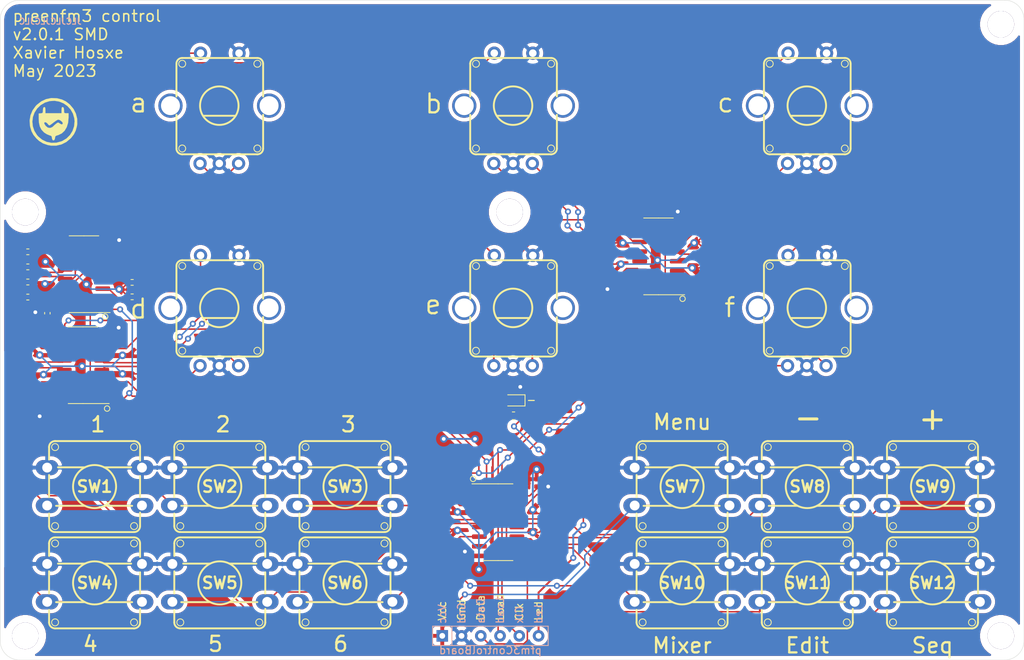
<source format=kicad_pcb>
(kicad_pcb (version 20171130) (host pcbnew "(5.1.8)-1")
  (title_block (title "preenfm3 controle board") (date 2019-11-28) (company "Xavier Hosxe"))
  (layers (0 F.Cu signal) (31 B.Cu signal) (34 B.Paste user) (35 F.Paste user) (36 B.SilkS user) (37 F.SilkS user) (38 B.Mask user) (39 F.Mask user) (44 Edge.Cuts user))
  (net 0 "")
  (net 1 GND)
  (net 2 VCC)
  (net 3 /h165_data)
  (net 4 /h165_load)
  (net 5 /h165_clk)
  (net 6 /h165_24)
  (net 7 /h165_23)
  (net 8 /h165_22)
  (net 9 /h165_21)
  (net 10 /h165_20)
  (net 11 /h165_19)
  (net 12 /h165_18)
  (net 13 /h165_17)
  (net 14 /H165_16)
  (net 15 /H165_15)
  (net 16 /H165_14)
  (net 17 /H165_13)
  (net 18 /H165_12)
  (net 19 /H165_11)
  (net 20 /H165_10)
  (net 21 /H165_9)
  (net 22 /H165_8)
  (net 23 /H165_7)
  (net 24 /H165_6)
  (net 25 /H165_5)
  (net 26 /H165_4)
  (net 27 /H165_3)
  (net 28 /H165_2)
  (net 29 /H165_1)
  (net 30 "Net-(U1-Pad7)")
  (net 31 "Net-(U1-Pad10)")
  (net 32 "Net-(U1-Pad9)")
  (net 33 "Net-(U2-Pad7)")
  (net 34 "Net-(U2-Pad9)")
  (net 35 "Net-(U3-Pad7)")
  (net 36 "Net-(D1-Pad2)")
  (net 37 /LED)
  (net 38 /EncBut1)
  (net 39 /EncBut2)
  (net 40 "Net-(U4-Pad10)")
  (net 41 "Net-(U4-Pad7)")
  (net 42 /EncBut3)
  (net 43 /EncBut4)
  (net 44 /EncBut5)
  (net 45 /EncBut6)
  (net 46 "Net-(U4-Pad6)")
  (net 47 "Net-(U4-Pad5)")
  (module A_PFM3:ControlBoard_2 (layer F.Cu) (at 135.382 62.23)
    (fp_text reference J1 hide)
    (fp_text value pfm3ControlBoard (at -2.54 57.15) (layer B.SilkS) (effects (justify mirror)))
    (fp_text user Clk (at 1.27 52.07 -90) (layer F.SilkS))
    (fp_text user Vcc (at -8.89 51.950952 -90) (layer F.SilkS))
    (fp_text user Gnd (at -6.35 51.831905 -90) (layer F.SilkS))
    (fp_text user Load (at -1.27 51.474762 -90) (layer F.SilkS))
    (fp_text user Led (at 3.81 51.950952 -90) (layer F.SilkS))
    (fp_text user Data (at -3.81 51.546191 -90) (layer F.SilkS))
    (fp_text user Led (at 3.81 52.363571 90) (layer B.SilkS) (effects (justify mirror)))
    (fp_text user Clk (at 1.27 52.482619 90) (layer B.SilkS) (effects (justify mirror)))
    (fp_text user Load (at -1.27 51.88738 90) (layer B.SilkS) (effects (justify mirror)))
    (fp_text user Data (at -3.81 51.958809 90) (layer B.SilkS) (effects (justify mirror)))
    (fp_text user Gnd (at -6.35 52.244523 90) (layer B.SilkS) (effects (justify mirror)))
    (fp_text user Vcc (at -8.89 52.363571 90) (layer B.SilkS) (effects (justify mirror)))
    (pad 6 thru_hole circle (at 3.81 55.245) (size 1.524 1.524) (drill 0.762) (layers *.Cu *.Mask) (net 37 /LED))
    (pad "" thru_hole circle (at 0 -0.635) (size 3.5 3.5) (drill 3.5) (layers *.Cu *.Mask) (clearance 1))
    (pad "" thru_hole circle (at 64.77 -25.4) (size 3.5 3.5) (drill 3.5) (layers *.Cu *.Mask) (clearance 1))
    (pad "" thru_hole circle (at -63.881 -0.635) (size 3.5 3.5) (drill 3.5) (layers *.Cu *.Mask) (clearance 1))
    (pad "" thru_hole circle (at 64.77 55.245) (size 3.5 3.5) (drill 3.5) (layers *.Cu *.Mask) (clearance 1))
    (pad "" thru_hole circle (at -63.881 55.245) (size 3.5 3.5) (drill 3.5) (layers *.Cu *.Mask) (clearance 1))
    (pad 5 thru_hole circle (at 1.27 55.245) (size 1.524 1.524) (drill 0.762) (layers *.Cu *.Mask) (net 5 /h165_clk))
    (pad 4 thru_hole circle (at -1.27 55.245) (size 1.524 1.524) (drill 0.762) (layers *.Cu *.Mask) (net 4 /h165_load))
    (pad 3 thru_hole circle (at -3.81 55.245) (size 1.524 1.524) (drill 0.762) (layers *.Cu *.Mask) (net 3 /h165_data))
    (pad 2 thru_hole circle (at -6.35 55.245) (size 1.524 1.524) (drill 0.762) (layers *.Cu *.Mask) (net 1 GND))
    (pad 1 thru_hole rect (at -8.89 55.245) (size 1.524 1.524) (drill 0.762) (layers *.Cu *.Mask) (net 2 VCC))
  )
  (module A_PFM3:FMEncoder2_pfm3 (layer F.Cu) (at 174.625 74.295 180)
    (fp_text reference Enc6)
    (fp_text value f (at 10.2125 0.127) (layer F.SilkS) (effects (font (size 2.5 2.5) (thickness 0.3))))
    (pad S2 thru_hole circle (at 2.54 6.985 270) (size 1.75006 1.75006) (drill 1.00076) (layers *.Cu *.Mask) (net 45 /EncBut6))
    (pad S1 thru_hole circle (at -2.54 6.985 270) (size 1.75006 1.75006) (drill 1.00076) (layers *.Cu *.Mask) (net 1 GND))
    (pad "" thru_hole circle (at 6.49986 0.0635 270) (size 3.2004 3.2004) (drill 2.49936) (layers *.Cu *.Mask))
    (pad "" thru_hole circle (at -6.49986 0.0635 270) (size 3.2004 3.2004) (drill 2.49936) (layers *.Cu *.Mask))
    (pad B thru_hole circle (at 2.6035 -7.5565 270) (size 1.75006 1.75006) (drill 1.00076) (layers *.Cu *.Mask) (net 18 /H165_12))
    (pad C thru_hole circle (at 0.0635 -7.5565 270) (size 1.75006 1.75006) (drill 1.00076) (layers *.Cu *.Mask) (net 1 GND))
    (pad A thru_hole circle (at -2.4765 -7.5565 270) (size 1.75006 1.75006) (drill 1.00076) (layers *.Cu *.Mask) (net 19 /H165_11))
  )
  (module A_PFM3:FMEncoder2_pfm3 (layer F.Cu) (at 135.89 74.295 180)
    (fp_text reference Enc5)
    (fp_text value e (at 10.6045 0.508) (layer F.SilkS) (effects (font (size 2.5 2.5) (thickness 0.3))))
    (pad S2 thru_hole circle (at 2.54 6.985 270) (size 1.75006 1.75006) (drill 1.00076) (layers *.Cu *.Mask) (net 44 /EncBut5))
    (pad S1 thru_hole circle (at -2.54 6.985 270) (size 1.75006 1.75006) (drill 1.00076) (layers *.Cu *.Mask) (net 1 GND))
    (pad "" thru_hole circle (at 6.49986 0.0635 270) (size 3.2004 3.2004) (drill 2.49936) (layers *.Cu *.Mask))
    (pad "" thru_hole circle (at -6.49986 0.0635 270) (size 3.2004 3.2004) (drill 2.49936) (layers *.Cu *.Mask))
    (pad B thru_hole circle (at 2.6035 -7.5565 270) (size 1.75006 1.75006) (drill 1.00076) (layers *.Cu *.Mask) (net 16 /H165_14))
    (pad C thru_hole circle (at 0.0635 -7.5565 270) (size 1.75006 1.75006) (drill 1.00076) (layers *.Cu *.Mask) (net 1 GND))
    (pad A thru_hole circle (at -2.4765 -7.5565 270) (size 1.75006 1.75006) (drill 1.00076) (layers *.Cu *.Mask) (net 17 /H165_13))
  )
  (module A_PFM3:FMEncoder2_pfm3 (layer F.Cu) (at 97.155 74.295 180)
    (fp_text reference Enc4)
    (fp_text value d (at 10.70864 -0.0635) (layer F.SilkS) (effects (font (size 2.5 2.5) (thickness 0.3))))
    (pad S2 thru_hole circle (at 2.54 6.985 270) (size 1.75006 1.75006) (drill 1.00076) (layers *.Cu *.Mask) (net 43 /EncBut4))
    (pad S1 thru_hole circle (at -2.54 6.985 270) (size 1.75006 1.75006) (drill 1.00076) (layers *.Cu *.Mask) (net 1 GND))
    (pad "" thru_hole circle (at 6.49986 0.0635 270) (size 3.2004 3.2004) (drill 2.49936) (layers *.Cu *.Mask))
    (pad "" thru_hole circle (at -6.49986 0.0635 270) (size 3.2004 3.2004) (drill 2.49936) (layers *.Cu *.Mask))
    (pad B thru_hole circle (at 2.6035 -7.5565 270) (size 1.75006 1.75006) (drill 1.00076) (layers *.Cu *.Mask) (net 10 /h165_20))
    (pad C thru_hole circle (at 0.0635 -7.5565 270) (size 1.75006 1.75006) (drill 1.00076) (layers *.Cu *.Mask) (net 1 GND))
    (pad A thru_hole circle (at -2.4765 -7.5565 270) (size 1.75006 1.75006) (drill 1.00076) (layers *.Cu *.Mask) (net 11 /h165_19))
  )
  (module A_PFM3:FMEncoder2_pfm3 (layer F.Cu) (at 174.625 47.625 180)
    (fp_text reference Enc3)
    (fp_text value c (at 10.795 0.4445) (layer F.SilkS) (effects (font (size 2.5 2.5) (thickness 0.3))))
    (pad S2 thru_hole circle (at 2.54 6.985 270) (size 1.75006 1.75006) (drill 1.00076) (layers *.Cu *.Mask) (net 42 /EncBut3))
    (pad S1 thru_hole circle (at -2.54 6.985 270) (size 1.75006 1.75006) (drill 1.00076) (layers *.Cu *.Mask) (net 1 GND))
    (pad "" thru_hole circle (at 6.49986 0.0635 270) (size 3.2004 3.2004) (drill 2.49936) (layers *.Cu *.Mask))
    (pad "" thru_hole circle (at -6.49986 0.0635 270) (size 3.2004 3.2004) (drill 2.49936) (layers *.Cu *.Mask))
    (pad B thru_hole circle (at 2.6035 -7.5565 270) (size 1.75006 1.75006) (drill 1.00076) (layers *.Cu *.Mask) (net 21 /H165_9))
    (pad C thru_hole circle (at 0.0635 -7.5565 270) (size 1.75006 1.75006) (drill 1.00076) (layers *.Cu *.Mask) (net 1 GND))
    (pad A thru_hole circle (at -2.4765 -7.5565 270) (size 1.75006 1.75006) (drill 1.00076) (layers *.Cu *.Mask) (net 20 /H165_10))
  )
  (module A_PFM3:FMEncoder2_pfm3 (layer F.Cu) (at 135.89 47.625 180)
    (fp_text reference Enc2)
    (fp_text value b (at 10.541 0.3175) (layer F.SilkS) (effects (font (size 2.5 2.5) (thickness 0.3))))
    (pad S2 thru_hole circle (at 2.54 6.985 270) (size 1.75006 1.75006) (drill 1.00076) (layers *.Cu *.Mask) (net 39 /EncBut2))
    (pad S1 thru_hole circle (at -2.54 6.985 270) (size 1.75006 1.75006) (drill 1.00076) (layers *.Cu *.Mask) (net 1 GND))
    (pad "" thru_hole circle (at 6.49986 0.0635 270) (size 3.2004 3.2004) (drill 2.49936) (layers *.Cu *.Mask))
    (pad "" thru_hole circle (at -6.49986 0.0635 270) (size 3.2004 3.2004) (drill 2.49936) (layers *.Cu *.Mask))
    (pad B thru_hole circle (at 2.6035 -7.5565 270) (size 1.75006 1.75006) (drill 1.00076) (layers *.Cu *.Mask) (net 15 /H165_15))
    (pad C thru_hole circle (at 0.0635 -7.5565 270) (size 1.75006 1.75006) (drill 1.00076) (layers *.Cu *.Mask) (net 1 GND))
    (pad A thru_hole circle (at -2.4765 -7.5565 270) (size 1.75006 1.75006) (drill 1.00076) (layers *.Cu *.Mask) (net 14 /H165_16))
  )
  (module A_PFM3:FMEncoder2_pfm3 (layer F.Cu) (at 97.155 47.625 180)
    (fp_text reference Enc1)
    (fp_text value a (at 10.7 0.4445) (layer F.SilkS) (effects (font (size 2.5 2.5) (thickness 0.3))))
    (pad S2 thru_hole circle (at 2.54 6.985 270) (size 1.75006 1.75006) (drill 1.00076) (layers *.Cu *.Mask) (net 38 /EncBut1))
    (pad S1 thru_hole circle (at -2.54 6.985 270) (size 1.75006 1.75006) (drill 1.00076) (layers *.Cu *.Mask) (net 1 GND))
    (pad "" thru_hole circle (at 6.49986 0.0635 270) (size 3.2004 3.2004) (drill 2.49936) (layers *.Cu *.Mask))
    (pad "" thru_hole circle (at -6.49986 0.0635 270) (size 3.2004 3.2004) (drill 2.49936) (layers *.Cu *.Mask))
    (pad B thru_hole circle (at 2.6035 -7.5565 270) (size 1.75006 1.75006) (drill 1.00076) (layers *.Cu *.Mask) (net 13 /h165_17))
    (pad C thru_hole circle (at 0.0635 -7.5565 270) (size 1.75006 1.75006) (drill 1.00076) (layers *.Cu *.Mask) (net 1 GND))
    (pad A thru_hole circle (at -2.4765 -7.5565 270) (size 1.75006 1.75006) (drill 1.00076) (layers *.Cu *.Mask) (net 12 /h165_18))
  )
  (module Package_SO:SOIC-16_3.9x9.9mm_P1.27mm (layer F.Cu) (at 79.248 69.7865 180)
    (fp_text reference U4)
    (fp_text value 74hc165)
    (pad 16 smd roundrect (at 2.475 -4.445 180) (size 1.95 0.6) (layers F.Cu F.Paste F.Mask) (net 2 VCC))
    (pad 15 smd roundrect (at 2.475 -3.175 180) (size 1.95 0.6) (layers F.Cu F.Paste F.Mask) (net 1 GND))
    (pad 14 smd roundrect (at 2.475 -1.905 180) (size 1.95 0.6) (layers F.Cu F.Paste F.Mask) (net 45 /EncBut6))
    (pad 13 smd roundrect (at 2.475 -0.635 180) (size 1.95 0.6) (layers F.Cu F.Paste F.Mask) (net 42 /EncBut3))
    (pad 12 smd roundrect (at 2.475 0.635 180) (size 1.95 0.6) (layers F.Cu F.Paste F.Mask) (net 39 /EncBut2))
    (pad 11 smd roundrect (at 2.475 1.905 180) (size 1.95 0.6) (layers F.Cu F.Paste F.Mask) (net 38 /EncBut1))
    (pad 10 smd roundrect (at 2.475 3.175 180) (size 1.95 0.6) (layers F.Cu F.Paste F.Mask) (net 40 "Net-(U4-Pad10)"))
    (pad 9 smd roundrect (at 2.475 4.445 180) (size 1.95 0.6) (layers F.Cu F.Paste F.Mask) (net 31 "Net-(U1-Pad10)"))
    (pad 8 smd roundrect (at -2.475 4.445 180) (size 1.95 0.6) (layers F.Cu F.Paste F.Mask) (net 1 GND))
    (pad 7 smd roundrect (at -2.475 3.175 180) (size 1.95 0.6) (layers F.Cu F.Paste F.Mask) (net 41 "Net-(U4-Pad7)"))
    (pad 6 smd roundrect (at -2.475 1.905 180) (size 1.95 0.6) (layers F.Cu F.Paste F.Mask) (net 46 "Net-(U4-Pad6)"))
    (pad 5 smd roundrect (at -2.475 0.635 180) (size 1.95 0.6) (layers F.Cu F.Paste F.Mask) (net 47 "Net-(U4-Pad5)"))
    (pad 4 smd roundrect (at -2.475 -0.635 180) (size 1.95 0.6) (layers F.Cu F.Paste F.Mask) (net 44 /EncBut5))
    (pad 3 smd roundrect (at -2.475 -1.905 180) (size 1.95 0.6) (layers F.Cu F.Paste F.Mask) (net 43 /EncBut4))
    (pad 2 smd roundrect (at -2.475 -3.175 180) (size 1.95 0.6) (layers F.Cu F.Paste F.Mask) (net 5 /h165_clk))
    (pad 1 smd roundrect (at -2.475 -4.445 180) (size 1.95 0.6) (layers F.Cu F.Paste F.Mask) (net 4 /h165_load))
  )
  (module Resistor_SMD:R_0402_1005Metric (layer F.Cu) (at 85.598 70.866)
    (fp_text reference R31)
    (fp_text value 10k)
    (pad 2 smd roundrect (at 0.51 0) (size 0.54 0.64) (layers F.Cu F.Paste F.Mask) (net 44 /EncBut5))
    (pad 1 smd roundrect (at -0.51 0) (size 0.54 0.64) (layers F.Cu F.Paste F.Mask) (net 2 VCC))
  )
  (module Resistor_SMD:R_0402_1005Metric (layer F.Cu) (at 85.598 72.771)
    (fp_text reference R30)
    (fp_text value 10k)
    (pad 2 smd roundrect (at 0.51 0) (size 0.54 0.64) (layers F.Cu F.Paste F.Mask) (net 43 /EncBut4))
    (pad 1 smd roundrect (at -0.51 0) (size 0.54 0.64) (layers F.Cu F.Paste F.Mask) (net 2 VCC))
  )
  (module Resistor_SMD:R_0402_1005Metric (layer F.Cu) (at 71.843 72.804 180)
    (fp_text reference R29)
    (fp_text value 10k)
    (pad 2 smd roundrect (at 0.51 0 180) (size 0.54 0.64) (layers F.Cu F.Paste F.Mask) (net 45 /EncBut6))
    (pad 1 smd roundrect (at -0.51 0 180) (size 0.54 0.64) (layers F.Cu F.Paste F.Mask) (net 2 VCC))
  )
  (module Resistor_SMD:R_0402_1005Metric (layer F.Cu) (at 71.843 70.814 180)
    (fp_text reference R28)
    (fp_text value 10k)
    (pad 2 smd roundrect (at 0.51 0 180) (size 0.54 0.64) (layers F.Cu F.Paste F.Mask) (net 42 /EncBut3))
    (pad 1 smd roundrect (at -0.51 0 180) (size 0.54 0.64) (layers F.Cu F.Paste F.Mask) (net 2 VCC))
  )
  (module Resistor_SMD:R_0402_1005Metric (layer F.Cu) (at 71.843 68.824 180)
    (fp_text reference R27)
    (fp_text value 10k)
    (pad 2 smd roundrect (at 0.51 0 180) (size 0.54 0.64) (layers F.Cu F.Paste F.Mask) (net 39 /EncBut2))
    (pad 1 smd roundrect (at -0.51 0 180) (size 0.54 0.64) (layers F.Cu F.Paste F.Mask) (net 2 VCC))
  )
  (module Resistor_SMD:R_0402_1005Metric (layer F.Cu) (at 71.843 66.834 180)
    (fp_text reference R26)
    (fp_text value 10k)
    (pad 2 smd roundrect (at 0.51 0 180) (size 0.54 0.64) (layers F.Cu F.Paste F.Mask) (net 38 /EncBut1))
    (pad 1 smd roundrect (at -0.51 0 180) (size 0.54 0.64) (layers F.Cu F.Paste F.Mask) (net 2 VCC))
  )
  (module Capacitor_SMD:C_0402_1005Metric (layer F.Cu) (at 74.422 74.93 90)
    (fp_text reference C4)
    (fp_text value 100nF)
    (pad 2 smd roundrect (at 0.48 0 90) (size 0.56 0.62) (layers F.Cu F.Paste F.Mask) (net 1 GND))
    (pad 1 smd roundrect (at -0.48 0 90) (size 0.56 0.62) (layers F.Cu F.Paste F.Mask) (net 2 VCC))
  )
  (module A_PFM3:FMButton2 (layer F.Cu) (at 191.135 97.79)
    (fp_text reference SW9 (at 0 0) (layer F.SilkS) (effects (font (size 1.524 1.524) (thickness 0.3048))))
    (fp_text value Push hide)
    (pad 2 thru_hole oval (at -6.25094 2.49936) (size 2.99974 1.99898) (drill 1.30048) (layers *.Cu *.Mask) (net 24 /H165_6))
    (pad 2 thru_hole oval (at 6.25094 2.49936) (size 2.99974 1.99898) (drill 1.30048) (layers *.Cu *.Mask) (net 24 /H165_6))
    (pad 1 thru_hole oval (at 6.25094 -2.49936) (size 2.99974 1.99898) (drill 1.30048) (layers *.Cu *.Mask) (net 1 GND))
    (pad 1 thru_hole oval (at -6.25094 -2.49936) (size 2.99974 1.99898) (drill 1.30048) (layers *.Cu *.Mask) (net 1 GND))
  )
  (module A_PFM3:FMButton2 (layer F.Cu) (at 158.115 97.79)
    (fp_text reference SW7 (at 0 0) (layer F.SilkS) (effects (font (size 1.524 1.524) (thickness 0.3048))))
    (fp_text value Push hide)
    (pad 2 thru_hole oval (at -6.25094 2.49936) (size 2.99974 1.99898) (drill 1.30048) (layers *.Cu *.Mask) (net 8 /h165_22))
    (pad 2 thru_hole oval (at 6.25094 2.49936) (size 2.99974 1.99898) (drill 1.30048) (layers *.Cu *.Mask) (net 8 /h165_22))
    (pad 1 thru_hole oval (at 6.25094 -2.49936) (size 2.99974 1.99898) (drill 1.30048) (layers *.Cu *.Mask) (net 1 GND))
    (pad 1 thru_hole oval (at -6.25094 -2.49936) (size 2.99974 1.99898) (drill 1.30048) (layers *.Cu *.Mask) (net 1 GND))
  )
  (module A_PFM3:FMButton2 (layer F.Cu) (at 191.135 110.49)
    (fp_text reference SW12 (at -0.035388 0) (layer F.SilkS) (effects (font (size 1.524 1.524) (thickness 0.3048))))
    (fp_text value Push hide)
    (pad 2 thru_hole oval (at -6.25094 2.49936) (size 2.99974 1.99898) (drill 1.30048) (layers *.Cu *.Mask) (net 29 /H165_1))
    (pad 2 thru_hole oval (at 6.25094 2.49936) (size 2.99974 1.99898) (drill 1.30048) (layers *.Cu *.Mask) (net 29 /H165_1))
    (pad 1 thru_hole oval (at 6.25094 -2.49936) (size 2.99974 1.99898) (drill 1.30048) (layers *.Cu *.Mask) (net 1 GND))
    (pad 1 thru_hole oval (at -6.25094 -2.49936) (size 2.99974 1.99898) (drill 1.30048) (layers *.Cu *.Mask) (net 1 GND))
  )
  (module A_PFM3:FMButton2 (layer F.Cu) (at 174.625 110.49)
    (fp_text reference SW11 (at 0 0) (layer F.SilkS) (effects (font (size 1.524 1.524) (thickness 0.3048))))
    (fp_text value Push hide)
    (pad 2 thru_hole oval (at -6.25094 2.49936) (size 2.99974 1.99898) (drill 1.30048) (layers *.Cu *.Mask) (net 22 /H165_8))
    (pad 2 thru_hole oval (at 6.25094 2.49936) (size 2.99974 1.99898) (drill 1.30048) (layers *.Cu *.Mask) (net 22 /H165_8))
    (pad 1 thru_hole oval (at 6.25094 -2.49936) (size 2.99974 1.99898) (drill 1.30048) (layers *.Cu *.Mask) (net 1 GND))
    (pad 1 thru_hole oval (at -6.25094 -2.49936) (size 2.99974 1.99898) (drill 1.30048) (layers *.Cu *.Mask) (net 1 GND))
  )
  (module A_PFM3:FMButton2 (layer F.Cu) (at 158.115 110.49)
    (fp_text reference SW10 (at 0 0) (layer F.SilkS) (effects (font (size 1.524 1.524) (thickness 0.3048))))
    (fp_text value Push hide)
    (pad 2 thru_hole oval (at -6.25094 2.49936) (size 2.99974 1.99898) (drill 1.30048) (layers *.Cu *.Mask) (net 23 /H165_7))
    (pad 2 thru_hole oval (at 6.25094 2.49936) (size 2.99974 1.99898) (drill 1.30048) (layers *.Cu *.Mask) (net 23 /H165_7))
    (pad 1 thru_hole oval (at 6.25094 -2.49936) (size 2.99974 1.99898) (drill 1.30048) (layers *.Cu *.Mask) (net 1 GND))
    (pad 1 thru_hole oval (at -6.25094 -2.49936) (size 2.99974 1.99898) (drill 1.30048) (layers *.Cu *.Mask) (net 1 GND))
  )
  (module A_PFM3:FMButton2 (layer F.Cu) (at 174.625 97.79)
    (fp_text reference SW8 (at 0 0) (layer F.SilkS) (effects (font (size 1.524 1.524) (thickness 0.3048))))
    (fp_text value Push hide)
    (pad 2 thru_hole oval (at -6.25094 2.49936) (size 2.99974 1.99898) (drill 1.30048) (layers *.Cu *.Mask) (net 25 /H165_5))
    (pad 2 thru_hole oval (at 6.25094 2.49936) (size 2.99974 1.99898) (drill 1.30048) (layers *.Cu *.Mask) (net 25 /H165_5))
    (pad 1 thru_hole oval (at 6.25094 -2.49936) (size 2.99974 1.99898) (drill 1.30048) (layers *.Cu *.Mask) (net 1 GND))
    (pad 1 thru_hole oval (at -6.25094 -2.49936) (size 2.99974 1.99898) (drill 1.30048) (layers *.Cu *.Mask) (net 1 GND))
  )
  (module A_PFM3:FMButton2 (layer F.Cu) (at 113.665 110.49)
    (fp_text reference SW6 (at 0 0) (layer F.SilkS) (effects (font (size 1.524 1.524) (thickness 0.3048))))
    (fp_text value Push hide)
    (pad 2 thru_hole oval (at -6.25094 2.49936) (size 2.99974 1.99898) (drill 1.30048) (layers *.Cu *.Mask) (net 28 /H165_2))
    (pad 2 thru_hole oval (at 6.25094 2.49936) (size 2.99974 1.99898) (drill 1.30048) (layers *.Cu *.Mask) (net 28 /H165_2))
    (pad 1 thru_hole oval (at 6.25094 -2.49936) (size 2.99974 1.99898) (drill 1.30048) (layers *.Cu *.Mask) (net 1 GND))
    (pad 1 thru_hole oval (at -6.25094 -2.49936) (size 2.99974 1.99898) (drill 1.30048) (layers *.Cu *.Mask) (net 1 GND))
  )
  (module A_PFM3:FMButton2 (layer F.Cu) (at 97.155 110.49)
    (fp_text reference SW5 (at 0 0) (layer F.SilkS) (effects (font (size 1.524 1.524) (thickness 0.3048))))
    (fp_text value Push hide)
    (pad 2 thru_hole oval (at -6.25094 2.49936) (size 2.99974 1.99898) (drill 1.30048) (layers *.Cu *.Mask) (net 27 /H165_3))
    (pad 2 thru_hole oval (at 6.25094 2.49936) (size 2.99974 1.99898) (drill 1.30048) (layers *.Cu *.Mask) (net 27 /H165_3))
    (pad 1 thru_hole oval (at 6.25094 -2.49936) (size 2.99974 1.99898) (drill 1.30048) (layers *.Cu *.Mask) (net 1 GND))
    (pad 1 thru_hole oval (at -6.25094 -2.49936) (size 2.99974 1.99898) (drill 1.30048) (layers *.Cu *.Mask) (net 1 GND))
  )
  (module A_PFM3:FMButton2 (layer F.Cu) (at 80.645 110.49)
    (fp_text reference SW4 (at 0 0) (layer F.SilkS) (effects (font (size 1.524 1.524) (thickness 0.3048))))
    (fp_text value Push hide)
    (pad 2 thru_hole oval (at -6.25094 2.49936) (size 2.99974 1.99898) (drill 1.30048) (layers *.Cu *.Mask) (net 6 /h165_24))
    (pad 2 thru_hole oval (at 6.25094 2.49936) (size 2.99974 1.99898) (drill 1.30048) (layers *.Cu *.Mask) (net 6 /h165_24))
    (pad 1 thru_hole oval (at 6.25094 -2.49936) (size 2.99974 1.99898) (drill 1.30048) (layers *.Cu *.Mask) (net 1 GND))
    (pad 1 thru_hole oval (at -6.25094 -2.49936) (size 2.99974 1.99898) (drill 1.30048) (layers *.Cu *.Mask) (net 1 GND))
  )
  (module A_PFM3:FMButton2 (layer F.Cu) (at 113.665 97.79)
    (fp_text reference SW3 (at 0 0) (layer F.SilkS) (effects (font (size 1.524 1.524) (thickness 0.3048))))
    (fp_text value Push hide)
    (pad 2 thru_hole oval (at -6.25094 2.49936) (size 2.99974 1.99898) (drill 1.30048) (layers *.Cu *.Mask) (net 26 /H165_4))
    (pad 2 thru_hole oval (at 6.25094 2.49936) (size 2.99974 1.99898) (drill 1.30048) (layers *.Cu *.Mask) (net 26 /H165_4))
    (pad 1 thru_hole oval (at 6.25094 -2.49936) (size 2.99974 1.99898) (drill 1.30048) (layers *.Cu *.Mask) (net 1 GND))
    (pad 1 thru_hole oval (at -6.25094 -2.49936) (size 2.99974 1.99898) (drill 1.30048) (layers *.Cu *.Mask) (net 1 GND))
  )
  (module A_PFM3:FMButton2 (layer F.Cu) (at 97.155 97.79)
    (fp_text reference SW2 (at 0 0) (layer F.SilkS) (effects (font (size 1.524 1.524) (thickness 0.3048))))
    (fp_text value Push hide)
    (pad 2 thru_hole oval (at -6.25094 2.49936) (size 2.99974 1.99898) (drill 1.30048) (layers *.Cu *.Mask) (net 9 /h165_21))
    (pad 2 thru_hole oval (at 6.25094 2.49936) (size 2.99974 1.99898) (drill 1.30048) (layers *.Cu *.Mask) (net 9 /h165_21))
    (pad 1 thru_hole oval (at 6.25094 -2.49936) (size 2.99974 1.99898) (drill 1.30048) (layers *.Cu *.Mask) (net 1 GND))
    (pad 1 thru_hole oval (at -6.25094 -2.49936) (size 2.99974 1.99898) (drill 1.30048) (layers *.Cu *.Mask) (net 1 GND))
  )
  (module A_PFM3:FMButton2 (layer F.Cu) (at 80.645 97.79)
    (fp_text reference SW1 (at 0 0) (layer F.SilkS) (effects (font (size 1.524 1.524) (thickness 0.3048))))
    (fp_text value Push hide)
    (pad 2 thru_hole oval (at -6.25094 2.49936) (size 2.99974 1.99898) (drill 1.30048) (layers *.Cu *.Mask) (net 7 /h165_23))
    (pad 2 thru_hole oval (at 6.25094 2.49936) (size 2.99974 1.99898) (drill 1.30048) (layers *.Cu *.Mask) (net 7 /h165_23))
    (pad 1 thru_hole oval (at 6.25094 -2.49936) (size 2.99974 1.99898) (drill 1.30048) (layers *.Cu *.Mask) (net 1 GND))
    (pad 1 thru_hole oval (at -6.25094 -2.49936) (size 2.99974 1.99898) (drill 1.30048) (layers *.Cu *.Mask) (net 1 GND))
  )
  (module A_PFM3:JLCJLC (layer B.Cu) (at 74.93 36.322)
    (fp_text reference JLC1)
    (fp_text value JLCJLCJLCJLC)
    (fp_text user JLCJLCJLCJLC (at -0.127 0.127) (layer B.SilkS) (effects (font (size 0.8 0.8)) (justify mirror)))
  )
  (module A_PFM3:pfm2_logo (layer F.Cu) (at 75.184 49.657)
    (fp_text reference L1 hide)
    (fp_text value Logo hide)
  )
  (module Resistor_SMD:R_0603_1608Metric (layer F.Cu) (at 135.89 88.4555 180)
    (fp_text reference R1)
    (fp_text value 470)
    (pad 2 smd roundrect (at 0.7875 0 180) (size 0.875 0.95) (layers F.Cu F.Paste F.Mask) (net 36 "Net-(D1-Pad2)"))
    (pad 1 smd roundrect (at -0.7875 0 180) (size 0.875 0.95) (layers F.Cu F.Paste F.Mask) (net 37 /LED))
  )
  (module LED_SMD:LED_0603_1608Metric (layer F.Cu) (at 135.923001 86.4235 180)
    (fp_text reference D1)
    (fp_text value LED)
    (pad 2 smd roundrect (at 0.7875 0 180) (size 0.875 0.95) (layers F.Cu F.Paste F.Mask) (net 36 "Net-(D1-Pad2)"))
    (pad 1 smd roundrect (at -0.7875 0 180) (size 0.875 0.95) (layers F.Cu F.Paste F.Mask) (net 1 GND))
  )
  (module Resistor_SMD:R_0402_1005Metric (layer F.Cu) (at 126.515 105.156 180)
    (fp_text reference R25)
    (fp_text value 10k)
    (pad 2 smd roundrect (at 0.485 0 180) (size 0.59 0.64) (layers F.Cu F.Paste F.Mask) (net 29 /H165_1))
    (pad 1 smd roundrect (at -0.485 0 180) (size 0.59 0.64) (layers F.Cu F.Paste F.Mask) (net 2 VCC))
  )
  (module Resistor_SMD:R_0402_1005Metric (layer F.Cu) (at 126.515 103.378 180)
    (fp_text reference R24)
    (fp_text value 10k)
    (pad 2 smd roundrect (at 0.485 0 180) (size 0.59 0.64) (layers F.Cu F.Paste F.Mask) (net 28 /H165_2))
    (pad 1 smd roundrect (at -0.485 0 180) (size 0.59 0.64) (layers F.Cu F.Paste F.Mask) (net 2 VCC))
  )
  (module Resistor_SMD:R_0402_1005Metric (layer F.Cu) (at 126.492 101.346 180)
    (fp_text reference R23)
    (fp_text value 10k)
    (pad 2 smd roundrect (at 0.485 0 180) (size 0.59 0.64) (layers F.Cu F.Paste F.Mask) (net 27 /H165_3))
    (pad 1 smd roundrect (at -0.485 0 180) (size 0.59 0.64) (layers F.Cu F.Paste F.Mask) (net 2 VCC))
  )
  (module Resistor_SMD:R_0402_1005Metric (layer F.Cu) (at 126.492 99.568 180)
    (fp_text reference R22)
    (fp_text value 10k)
    (pad 2 smd roundrect (at 0.485 0 180) (size 0.59 0.64) (layers F.Cu F.Paste F.Mask) (net 26 /H165_4))
    (pad 1 smd roundrect (at -0.485 0 180) (size 0.59 0.64) (layers F.Cu F.Paste F.Mask) (net 2 VCC))
  )
  (module Resistor_SMD:R_0402_1005Metric (layer F.Cu) (at 140.208 99.568)
    (fp_text reference R21)
    (fp_text value 10k)
    (pad 2 smd roundrect (at 0.485 0) (size 0.59 0.64) (layers F.Cu F.Paste F.Mask) (net 25 /H165_5))
    (pad 1 smd roundrect (at -0.485 0) (size 0.59 0.64) (layers F.Cu F.Paste F.Mask) (net 2 VCC))
  )
  (module Resistor_SMD:R_0402_1005Metric (layer F.Cu) (at 140.208 101.346)
    (fp_text reference R20)
    (fp_text value 10k)
    (pad 2 smd roundrect (at 0.485 0) (size 0.59 0.64) (layers F.Cu F.Paste F.Mask) (net 24 /H165_6))
    (pad 1 smd roundrect (at -0.485 0) (size 0.59 0.64) (layers F.Cu F.Paste F.Mask) (net 2 VCC))
  )
  (module Resistor_SMD:R_0402_1005Metric (layer F.Cu) (at 140.208 103.378)
    (fp_text reference R19)
    (fp_text value 10k)
    (pad 2 smd roundrect (at 0.485 0) (size 0.59 0.64) (layers F.Cu F.Paste F.Mask) (net 23 /H165_7))
    (pad 1 smd roundrect (at -0.485 0) (size 0.59 0.64) (layers F.Cu F.Paste F.Mask) (net 2 VCC))
  )
  (module Resistor_SMD:R_0402_1005Metric (layer F.Cu) (at 140.208 105.156)
    (fp_text reference R18)
    (fp_text value 10k)
    (pad 2 smd roundrect (at 0.485 0) (size 0.59 0.64) (layers F.Cu F.Paste F.Mask) (net 22 /H165_8))
    (pad 1 smd roundrect (at -0.485 0) (size 0.59 0.64) (layers F.Cu F.Paste F.Mask) (net 2 VCC))
  )
  (module Resistor_SMD:R_0402_1005Metric (layer F.Cu) (at 161.4805 64.643)
    (fp_text reference R17)
    (fp_text value 10k)
    (pad 1 smd roundrect (at -0.485 0) (size 0.59 0.64) (layers F.Cu F.Paste F.Mask) (net 2 VCC))
    (pad 2 smd roundrect (at 0.485 0) (size 0.59 0.64) (layers F.Cu F.Paste F.Mask) (net 21 /H165_9))
  )
  (module Resistor_SMD:R_0402_1005Metric (layer F.Cu) (at 161.4805 66.421)
    (fp_text reference R16)
    (fp_text value 10k)
    (pad 1 smd roundrect (at -0.485 0) (size 0.59 0.64) (layers F.Cu F.Paste F.Mask) (net 2 VCC))
    (pad 2 smd roundrect (at 0.485 0) (size 0.59 0.64) (layers F.Cu F.Paste F.Mask) (net 20 /H165_10))
  )
  (module Resistor_SMD:R_0402_1005Metric (layer F.Cu) (at 161.4805 68.453)
    (fp_text reference R15)
    (fp_text value 10k)
    (pad 1 smd roundrect (at -0.485 0) (size 0.59 0.64) (layers F.Cu F.Paste F.Mask) (net 2 VCC))
    (pad 2 smd roundrect (at 0.485 0) (size 0.59 0.64) (layers F.Cu F.Paste F.Mask) (net 19 /H165_11))
  )
  (module Resistor_SMD:R_0402_1005Metric (layer F.Cu) (at 161.4805 70.231)
    (fp_text reference R14)
    (fp_text value 10k)
    (pad 1 smd roundrect (at -0.485 0) (size 0.59 0.64) (layers F.Cu F.Paste F.Mask) (net 2 VCC))
    (pad 2 smd roundrect (at 0.485 0) (size 0.59 0.64) (layers F.Cu F.Paste F.Mask) (net 18 /H165_12))
  )
  (module Resistor_SMD:R_0402_1005Metric (layer F.Cu) (at 148.2725 69.977 180)
    (fp_text reference R13)
    (fp_text value 10k)
    (pad 1 smd roundrect (at -0.485 0 180) (size 0.59 0.64) (layers F.Cu F.Paste F.Mask) (net 2 VCC))
    (pad 2 smd roundrect (at 0.485 0 180) (size 0.59 0.64) (layers F.Cu F.Paste F.Mask) (net 17 /H165_13))
  )
  (module Resistor_SMD:R_0402_1005Metric (layer F.Cu) (at 148.2495 68.199 180)
    (fp_text reference R12)
    (fp_text value 10k)
    (pad 1 smd roundrect (at -0.485 0 180) (size 0.59 0.64) (layers F.Cu F.Paste F.Mask) (net 2 VCC))
    (pad 2 smd roundrect (at 0.485 0 180) (size 0.59 0.64) (layers F.Cu F.Paste F.Mask) (net 16 /H165_14))
  )
  (module Resistor_SMD:R_0402_1005Metric (layer F.Cu) (at 148.2955 66.167 180)
    (fp_text reference R11)
    (fp_text value 10k)
    (pad 1 smd roundrect (at -0.485 0 180) (size 0.59 0.64) (layers F.Cu F.Paste F.Mask) (net 2 VCC))
    (pad 2 smd roundrect (at 0.485 0 180) (size 0.59 0.64) (layers F.Cu F.Paste F.Mask) (net 15 /H165_15))
  )
  (module Resistor_SMD:R_0402_1005Metric (layer F.Cu) (at 148.2725 64.389 180)
    (fp_text reference R10)
    (fp_text value 10k)
    (pad 1 smd roundrect (at -0.485 0 180) (size 0.59 0.64) (layers F.Cu F.Paste F.Mask) (net 2 VCC))
    (pad 2 smd roundrect (at 0.485 0 180) (size 0.59 0.64) (layers F.Cu F.Paste F.Mask) (net 14 /H165_16))
  )
  (module Resistor_SMD:R_0402_1005Metric (layer F.Cu) (at 87.122 78.867)
    (fp_text reference R9)
    (fp_text value 10k)
    (pad 2 smd roundrect (at 0.485 0) (size 0.59 0.64) (layers F.Cu F.Paste F.Mask) (net 13 /h165_17))
    (pad 1 smd roundrect (at -0.485 0) (size 0.59 0.64) (layers F.Cu F.Paste F.Mask) (net 2 VCC))
  )
  (module Resistor_SMD:R_0402_1005Metric (layer F.Cu) (at 87.122 80.645)
    (fp_text reference R8)
    (fp_text value 10k)
    (pad 2 smd roundrect (at 0.485 0) (size 0.59 0.64) (layers F.Cu F.Paste F.Mask) (net 12 /h165_18))
    (pad 1 smd roundrect (at -0.485 0) (size 0.59 0.64) (layers F.Cu F.Paste F.Mask) (net 2 VCC))
  )
  (module Resistor_SMD:R_0402_1005Metric (layer F.Cu) (at 87.099 82.677)
    (fp_text reference R7)
    (fp_text value 10k)
    (pad 2 smd roundrect (at 0.485 0) (size 0.59 0.64) (layers F.Cu F.Paste F.Mask) (net 11 /h165_19))
    (pad 1 smd roundrect (at -0.485 0) (size 0.59 0.64) (layers F.Cu F.Paste F.Mask) (net 2 VCC))
  )
  (module Resistor_SMD:R_0402_1005Metric (layer F.Cu) (at 87.122 84.455)
    (fp_text reference R6)
    (fp_text value 10k)
    (pad 2 smd roundrect (at 0.485 0) (size 0.59 0.64) (layers F.Cu F.Paste F.Mask) (net 10 /h165_20))
    (pad 1 smd roundrect (at -0.485 0) (size 0.59 0.64) (layers F.Cu F.Paste F.Mask) (net 2 VCC))
  )
  (module Resistor_SMD:R_0402_1005Metric (layer F.Cu) (at 71.374 84.709 180)
    (fp_text reference R5)
    (fp_text value 10k)
    (pad 2 smd roundrect (at 0.485 0 180) (size 0.59 0.64) (layers F.Cu F.Paste F.Mask) (net 9 /h165_21))
    (pad 1 smd roundrect (at -0.485 0 180) (size 0.59 0.64) (layers F.Cu F.Paste F.Mask) (net 2 VCC))
  )
  (module Resistor_SMD:R_0402_1005Metric (layer F.Cu) (at 71.374 82.931 180)
    (fp_text reference R4)
    (fp_text value 10k)
    (pad 2 smd roundrect (at 0.485 0 180) (size 0.59 0.64) (layers F.Cu F.Paste F.Mask) (net 8 /h165_22))
    (pad 1 smd roundrect (at -0.485 0 180) (size 0.59 0.64) (layers F.Cu F.Paste F.Mask) (net 2 VCC))
  )
  (module Resistor_SMD:R_0402_1005Metric (layer F.Cu) (at 71.374 80.645 180)
    (fp_text reference R3)
    (fp_text value 10k)
    (pad 2 smd roundrect (at 0.485 0 180) (size 0.59 0.64) (layers F.Cu F.Paste F.Mask) (net 7 /h165_23))
    (pad 1 smd roundrect (at -0.485 0 180) (size 0.59 0.64) (layers F.Cu F.Paste F.Mask) (net 2 VCC))
  )
  (module Resistor_SMD:R_0402_1005Metric (layer F.Cu) (at 71.374 78.867 180)
    (fp_text reference R2)
    (fp_text value 10k)
    (pad 2 smd roundrect (at 0.485 0 180) (size 0.59 0.64) (layers F.Cu F.Paste F.Mask) (net 6 /h165_24))
    (pad 1 smd roundrect (at -0.485 0 180) (size 0.59 0.64) (layers F.Cu F.Paste F.Mask) (net 2 VCC))
  )
  (module Package_SO:SOIC-16_3.9x9.9mm_P1.27mm (layer F.Cu) (at 133.858 102.489)
    (fp_text reference U3)
    (fp_text value 74hc165)
    (pad 16 smd roundrect (at 2.475 -4.445) (size 1.95 0.6) (layers F.Cu F.Paste F.Mask) (net 2 VCC))
    (pad 15 smd roundrect (at 2.475 -3.175) (size 1.95 0.6) (layers F.Cu F.Paste F.Mask) (net 1 GND))
    (pad 14 smd roundrect (at 2.475 -1.905) (size 1.95 0.6) (layers F.Cu F.Paste F.Mask) (net 25 /H165_5))
    (pad 13 smd roundrect (at 2.475 -0.635) (size 1.95 0.6) (layers F.Cu F.Paste F.Mask) (net 24 /H165_6))
    (pad 12 smd roundrect (at 2.475 0.635) (size 1.95 0.6) (layers F.Cu F.Paste F.Mask) (net 23 /H165_7))
    (pad 11 smd roundrect (at 2.475 1.905) (size 1.95 0.6) (layers F.Cu F.Paste F.Mask) (net 22 /H165_8))
    (pad 10 smd roundrect (at 2.475 3.175) (size 1.95 0.6) (layers F.Cu F.Paste F.Mask) (net 34 "Net-(U2-Pad9)"))
    (pad 9 smd roundrect (at 2.475 4.445) (size 1.95 0.6) (layers F.Cu F.Paste F.Mask) (net 3 /h165_data))
    (pad 8 smd roundrect (at -2.475 4.445) (size 1.95 0.6) (layers F.Cu F.Paste F.Mask) (net 1 GND))
    (pad 7 smd roundrect (at -2.475 3.175) (size 1.95 0.6) (layers F.Cu F.Paste F.Mask) (net 35 "Net-(U3-Pad7)"))
    (pad 6 smd roundrect (at -2.475 1.905) (size 1.95 0.6) (layers F.Cu F.Paste F.Mask) (net 29 /H165_1))
    (pad 5 smd roundrect (at -2.475 0.635) (size 1.95 0.6) (layers F.Cu F.Paste F.Mask) (net 28 /H165_2))
    (pad 4 smd roundrect (at -2.475 -0.635) (size 1.95 0.6) (layers F.Cu F.Paste F.Mask) (net 27 /H165_3))
    (pad 3 smd roundrect (at -2.475 -1.905) (size 1.95 0.6) (layers F.Cu F.Paste F.Mask) (net 26 /H165_4))
    (pad 2 smd roundrect (at -2.475 -3.175) (size 1.95 0.6) (layers F.Cu F.Paste F.Mask) (net 5 /h165_clk))
    (pad 1 smd roundrect (at -2.475 -4.445) (size 1.95 0.6) (layers F.Cu F.Paste F.Mask) (net 4 /h165_load))
  )
  (module Package_SO:SOIC-16_3.9x9.9mm_P1.27mm (layer F.Cu) (at 155.0035 67.437 180)
    (fp_text reference U2)
    (fp_text value 74hc165)
    (pad 1 smd roundrect (at -2.475 -4.445 180) (size 1.95 0.6) (layers F.Cu F.Paste F.Mask) (net 4 /h165_load))
    (pad 2 smd roundrect (at -2.475 -3.175 180) (size 1.95 0.6) (layers F.Cu F.Paste F.Mask) (net 5 /h165_clk))
    (pad 3 smd roundrect (at -2.475 -1.905 180) (size 1.95 0.6) (layers F.Cu F.Paste F.Mask) (net 18 /H165_12))
    (pad 4 smd roundrect (at -2.475 -0.635 180) (size 1.95 0.6) (layers F.Cu F.Paste F.Mask) (net 19 /H165_11))
    (pad 5 smd roundrect (at -2.475 0.635 180) (size 1.95 0.6) (layers F.Cu F.Paste F.Mask) (net 20 /H165_10))
    (pad 6 smd roundrect (at -2.475 1.905 180) (size 1.95 0.6) (layers F.Cu F.Paste F.Mask) (net 21 /H165_9))
    (pad 7 smd roundrect (at -2.475 3.175 180) (size 1.95 0.6) (layers F.Cu F.Paste F.Mask) (net 33 "Net-(U2-Pad7)"))
    (pad 8 smd roundrect (at -2.475 4.445 180) (size 1.95 0.6) (layers F.Cu F.Paste F.Mask) (net 1 GND))
    (pad 9 smd roundrect (at 2.475 4.445 180) (size 1.95 0.6) (layers F.Cu F.Paste F.Mask) (net 34 "Net-(U2-Pad9)"))
    (pad 10 smd roundrect (at 2.475 3.175 180) (size 1.95 0.6) (layers F.Cu F.Paste F.Mask) (net 32 "Net-(U1-Pad9)"))
    (pad 11 smd roundrect (at 2.475 1.905 180) (size 1.95 0.6) (layers F.Cu F.Paste F.Mask) (net 14 /H165_16))
    (pad 12 smd roundrect (at 2.475 0.635 180) (size 1.95 0.6) (layers F.Cu F.Paste F.Mask) (net 15 /H165_15))
    (pad 13 smd roundrect (at 2.475 -0.635 180) (size 1.95 0.6) (layers F.Cu F.Paste F.Mask) (net 16 /H165_14))
    (pad 14 smd roundrect (at 2.475 -1.905 180) (size 1.95 0.6) (layers F.Cu F.Paste F.Mask) (net 17 /H165_13))
    (pad 15 smd roundrect (at 2.475 -3.175 180) (size 1.95 0.6) (layers F.Cu F.Paste F.Mask) (net 1 GND))
    (pad 16 smd roundrect (at 2.475 -4.445 180) (size 1.95 0.6) (layers F.Cu F.Paste F.Mask) (net 2 VCC))
  )
  (module Package_SO:SOIC-16_3.9x9.9mm_P1.27mm (layer F.Cu) (at 79.121 81.788 180)
    (fp_text reference U1)
    (fp_text value 74hc165)
    (pad 16 smd roundrect (at 2.475 -4.445 180) (size 1.95 0.6) (layers F.Cu F.Paste F.Mask) (net 2 VCC))
    (pad 15 smd roundrect (at 2.475 -3.175 180) (size 1.95 0.6) (layers F.Cu F.Paste F.Mask) (net 1 GND))
    (pad 14 smd roundrect (at 2.475 -1.905 180) (size 1.95 0.6) (layers F.Cu F.Paste F.Mask) (net 9 /h165_21))
    (pad 13 smd roundrect (at 2.475 -0.635 180) (size 1.95 0.6) (layers F.Cu F.Paste F.Mask) (net 8 /h165_22))
    (pad 12 smd roundrect (at 2.475 0.635 180) (size 1.95 0.6) (layers F.Cu F.Paste F.Mask) (net 7 /h165_23))
    (pad 11 smd roundrect (at 2.475 1.905 180) (size 1.95 0.6) (layers F.Cu F.Paste F.Mask) (net 6 /h165_24))
    (pad 10 smd roundrect (at 2.475 3.175 180) (size 1.95 0.6) (layers F.Cu F.Paste F.Mask) (net 31 "Net-(U1-Pad10)"))
    (pad 9 smd roundrect (at 2.475 4.445 180) (size 1.95 0.6) (layers F.Cu F.Paste F.Mask) (net 32 "Net-(U1-Pad9)"))
    (pad 8 smd roundrect (at -2.475 4.445 180) (size 1.95 0.6) (layers F.Cu F.Paste F.Mask) (net 1 GND))
    (pad 7 smd roundrect (at -2.475 3.175 180) (size 1.95 0.6) (layers F.Cu F.Paste F.Mask) (net 30 "Net-(U1-Pad7)"))
    (pad 6 smd roundrect (at -2.475 1.905 180) (size 1.95 0.6) (layers F.Cu F.Paste F.Mask) (net 13 /h165_17))
    (pad 5 smd roundrect (at -2.475 0.635 180) (size 1.95 0.6) (layers F.Cu F.Paste F.Mask) (net 12 /h165_18))
    (pad 4 smd roundrect (at -2.475 -0.635 180) (size 1.95 0.6) (layers F.Cu F.Paste F.Mask) (net 11 /h165_19))
    (pad 3 smd roundrect (at -2.475 -1.905 180) (size 1.95 0.6) (layers F.Cu F.Paste F.Mask) (net 10 /h165_20))
    (pad 2 smd roundrect (at -2.475 -3.175 180) (size 1.95 0.6) (layers F.Cu F.Paste F.Mask) (net 5 /h165_clk))
    (pad 1 smd roundrect (at -2.475 -4.445 180) (size 1.95 0.6) (layers F.Cu F.Paste F.Mask) (net 4 /h165_load))
  )
  (module Capacitor_SMD:C_0402_1005Metric (layer F.Cu) (at 74.168 86.487 90)
    (fp_text reference C3)
    (fp_text value 100nF)
    (pad 2 smd roundrect (at 0.485 0 90) (size 0.59 0.64) (layers F.Cu F.Paste F.Mask) (net 1 GND))
    (pad 1 smd roundrect (at -0.485 0 90) (size 0.59 0.64) (layers F.Cu F.Paste F.Mask) (net 2 VCC))
  )
  (module Capacitor_SMD:C_0402_1005Metric (layer F.Cu) (at 138.938 97.305 270)
    (fp_text reference C2)
    (fp_text value 100nF)
    (pad 2 smd roundrect (at 0.485 0 270) (size 0.59 0.64) (layers F.Cu F.Paste F.Mask) (net 1 GND))
    (pad 1 smd roundrect (at -0.485 0 270) (size 0.59 0.64) (layers F.Cu F.Paste F.Mask) (net 2 VCC))
  )
  (module Capacitor_SMD:C_0402_1005Metric (layer F.Cu) (at 149.9235 72.009 90)
    (fp_text reference C1)
    (fp_text value 100nF)
    (pad 1 smd roundrect (at -0.485 0 90) (size 0.59 0.64) (layers F.Cu F.Paste F.Mask) (net 2 VCC))
    (pad 2 smd roundrect (at 0.485 0 90) (size 0.59 0.64) (layers F.Cu F.Paste F.Mask) (net 1 GND))
  )
  (gr_circle (center 82.042 75.3745) (end 82.296 75.6285) (layer F.SilkS) (width 0.12))
  (gr_text - (at 138.2395 86.36) (layer F.SilkS) (effects (font (size 1 1))))
  (gr_text - (at 174.752 88.646) (layer F.SilkS) (effects (font (size 3 3) (thickness 0.4))))
  (gr_text Menu (at 158.115 89.281) (layer F.SilkS) (effects (font (size 2 2) (thickness 0.3))))
  (gr_circle (center 82.296 87.503) (end 82.55 87.757) (layer F.SilkS) (width 0.12))
  (gr_circle (center 158.1785 73.025) (end 158.4325 73.279) (layer F.SilkS) (width 0.12))
  (gr_circle (center 130.556 96.774) (end 130.81 97.028) (layer F.SilkS) (width 0.12))
  (gr_text 5 (at 96.5835 118.5545) (layer F.SilkS) (effects (font (size 2 2) (thickness 0.3))))
  (gr_text 4 (at 80.0735 118.5545) (layer F.SilkS) (effects (font (size 2 2) (thickness 0.3))))
  (gr_text 6 (at 113.0935 118.5545) (layer F.SilkS) (effects (font (size 2 2) (thickness 0.3))))
  (gr_text 2 (at 97.5995 89.5985) (layer F.SilkS) (effects (font (size 2 2) (thickness 0.3))))
  (gr_text 1 (at 81.0895 89.5985) (layer F.SilkS) (effects (font (size 2 2) (thickness 0.3))))
  (gr_text 3 (at 114.1095 89.5985) (layer F.SilkS) (effects (font (size 2 2) (thickness 0.3))))
  (gr_text + (at 191.135 88.773) (layer F.SilkS) (effects (font (size 3 3) (thickness 0.4))))
  (gr_text Seq (at 191.135 118.745) (layer F.SilkS) (effects (font (size 2 2) (thickness 0.3))))
  (gr_text Edit (at 174.625 118.745) (layer F.SilkS) (effects (font (size 2 2) (thickness 0.3))))
  (gr_text Mixer (at 158.115 118.745) (layer F.SilkS) (effects (font (size 2 2) (thickness 0.3))))
  (gr_text "preenfm3 control \nv2.0.1 SMD\nXavier Hosxe\nMay 2023" (at 69.723 39.37) (layer F.SilkS) (effects (font (size 1.5 1.5) (thickness 0.2)) (justify left)))
  (gr_line (start 70.739 120.65) (end 200.66 120.65) (layer Edge.Cuts) (width 0.05))
  (gr_line (start 68.199 36.195) (end 68.199 118.11) (layer Edge.Cuts) (width 0.05))
  (gr_line (start 200.66 33.655) (end 70.739 33.655) (layer Edge.Cuts) (width 0.05))
  (gr_line (start 203.2 118.11) (end 203.2 36.195) (layer Edge.Cuts) (width 0.05))
  (gr_arc (start 200.66 118.11) (end 200.66 120.65) (angle -90) (layer Edge.Cuts) (width 0.05))
  (gr_arc (start 200.66 36.195) (end 203.2 36.195) (angle -90) (layer Edge.Cuts) (width 0.05))
  (gr_arc (start 70.739 36.195) (end 70.739 33.655) (angle -90) (layer Edge.Cuts) (width 0.05))
  (gr_arc (start 70.739 118.11) (end 68.199 118.11) (angle -90) (layer Edge.Cuts) (width 0.05))
  (segment (start 75.671 84.963) (end 76.646 84.963) (width 0.2) (layer F.Cu) (net 1))
  (segment (start 75.527 84.963) (end 75.671 84.963) (width 0.2) (layer F.Cu) (net 1))
  (segment (start 74.488 86.002) (end 75.527 84.963) (width 0.2) (layer F.Cu) (net 1))
  (segment (start 74.168 86.002) (end 74.488 86.002) (width 0.2) (layer F.Cu) (net 1))
  (segment (start 136.633 99.014) (end 138.009 99.014) (width 0.2) (layer F.Cu) (net 1))
  (segment (start 138.938 98.085) (end 138.938 97.79) (width 0.2) (layer F.Cu) (net 1))
  (segment (start 138.009 99.014) (end 138.938 98.085) (width 0.2) (layer F.Cu) (net 1))
  (segment (start 136.333 99.314) (end 136.633 99.014) (width 0.2) (layer F.Cu) (net 1))
  (via (at 140.462 97.79) (size 1) (drill 0.5) (layers F.Cu B.Cu) (net 1))
  (segment (start 138.938 97.79) (end 140.462 97.79) (width 0.2) (layer F.Cu) (net 1))
  (segment (start 73.406 86.444) (end 73.406 88.519) (width 0.2) (layer F.Cu) (net 1))
  (segment (start 74.168 86.002) (end 73.848 86.002) (width 0.2) (layer F.Cu) (net 1))
  (via (at 73.406 88.519) (size 1) (drill 0.5) (layers F.Cu B.Cu) (net 1))
  (segment (start 73.848 86.002) (end 73.406 86.444) (width 0.2) (layer F.Cu) (net 1))
  (via (at 83.82 76.835) (size 1) (drill 0.5) (layers F.Cu B.Cu) (net 1))
  (segment (start 81.596 77.343) (end 83.312 77.343) (width 0.2) (layer F.Cu) (net 1))
  (segment (start 83.312 77.343) (end 83.82 76.835) (width 0.2) (layer F.Cu) (net 1))
  (segment (start 149.9235 71.229) (end 149.9235 71.524) (width 0.2) (layer F.Cu) (net 1))
  (segment (start 150.5405 70.612) (end 149.9235 71.229) (width 0.2) (layer F.Cu) (net 1))
  (segment (start 152.5285 70.612) (end 150.5405 70.612) (width 0.2) (layer F.Cu) (net 1))
  (via (at 148.2725 71.755) (size 1) (drill 0.5) (layers F.Cu B.Cu) (net 1))
  (segment (start 149.9235 71.524) (end 148.5035 71.524) (width 0.2) (layer F.Cu) (net 1))
  (segment (start 148.5035 71.524) (end 148.2725 71.755) (width 0.2) (layer F.Cu) (net 1))
  (segment (start 81.723 65.3415) (end 83.83101 65.3415) (width 0.2) (layer F.Cu) (net 1))
  (via (at 83.8835 65.28901) (size 1) (drill 0.5) (layers F.Cu B.Cu) (net 1))
  (segment (start 83.83101 65.3415) (end 83.8835 65.28901) (width 0.2) (layer F.Cu) (net 1))
  (segment (start 75.9105 72.9615) (end 74.422 74.45) (width 0.2) (layer F.Cu) (net 1))
  (segment (start 76.773 72.9615) (end 75.9105 72.9615) (width 0.2) (layer F.Cu) (net 1))
  (via (at 72.8345 74.803) (size 1) (drill 0.5) (layers F.Cu B.Cu) (net 1))
  (segment (start 73.1875 74.45) (end 72.8345 74.803) (width 0.2) (layer F.Cu) (net 1))
  (segment (start 74.422 74.45) (end 73.1875 74.45) (width 0.2) (layer F.Cu) (net 1))
  (via (at 129.475635 106.358827) (size 1) (drill 0.5) (layers F.Cu B.Cu) (net 1))
  (segment (start 131.383 106.934) (end 130.050808 106.934) (width 0.2) (layer F.Cu) (net 1))
  (segment (start 130.050808 106.934) (end 129.475635 106.358827) (width 0.2) (layer F.Cu) (net 1))
  (via (at 157.5435 61.531498) (size 1) (drill 0.5) (layers F.Cu B.Cu) (net 1))
  (segment (start 157.4785 62.992) (end 157.4785 61.596498) (width 0.2) (layer F.Cu) (net 1))
  (segment (start 157.4785 61.596498) (end 157.5435 61.531498) (width 0.2) (layer F.Cu) (net 1))
  (segment (start 136.710501 84.713999) (end 136.779 84.6455) (width 0.2) (layer F.Cu) (net 1))
  (via (at 136.779 84.6455) (size 1) (drill 0.5) (layers F.Cu B.Cu) (net 1))
  (segment (start 136.710501 86.4235) (end 136.710501 84.713999) (width 0.2) (layer F.Cu) (net 1))
  (via (at 78.994 81.915) (size 1) (drill 0.5) (layers F.Cu B.Cu) (net 2))
  (segment (start 78.994 84.86) (end 78.994 81.915) (width 0.2) (layer F.Cu) (net 2))
  (via (at 84.328 80.483) (size 1) (drill 0.5) (layers F.Cu B.Cu) (net 2))
  (segment (start 78.994 81.915) (end 82.896 81.915) (width 0.2) (layer B.Cu) (net 2))
  (segment (start 82.896 81.915) (end 84.328 80.483) (width 0.2) (layer B.Cu) (net 2))
  (segment (start 86.475 80.483) (end 86.637 80.645) (width 0.2) (layer F.Cu) (net 2))
  (segment (start 84.328 80.483) (end 86.475 80.483) (width 0.2) (layer F.Cu) (net 2))
  (segment (start 86.637 80.645) (end 86.637 78.867) (width 0.2) (layer F.Cu) (net 2))
  (via (at 84.328 82.931) (size 1) (drill 0.5) (layers F.Cu B.Cu) (net 2))
  (segment (start 78.994 81.915) (end 83.312 81.915) (width 0.2) (layer B.Cu) (net 2))
  (segment (start 83.312 81.915) (end 84.328 82.931) (width 0.2) (layer B.Cu) (net 2))
  (segment (start 86.36 82.931) (end 86.614 82.677) (width 0.2) (layer F.Cu) (net 2))
  (segment (start 84.328 82.931) (end 86.36 82.931) (width 0.2) (layer F.Cu) (net 2))
  (segment (start 86.614 84.432) (end 86.637 84.455) (width 0.2) (layer F.Cu) (net 2))
  (segment (start 86.614 82.677) (end 86.614 84.432) (width 0.2) (layer F.Cu) (net 2))
  (via (at 73.414389 80.446147) (size 1) (drill 0.5) (layers F.Cu B.Cu) (net 2))
  (segment (start 78.994 81.915) (end 74.883242 81.915) (width 0.2) (layer B.Cu) (net 2))
  (segment (start 74.883242 81.915) (end 73.414389 80.446147) (width 0.2) (layer B.Cu) (net 2))
  (segment (start 71.859 78.890758) (end 71.859 78.867) (width 0.2) (layer F.Cu) (net 2))
  (segment (start 73.414389 80.446147) (end 71.859 78.890758) (width 0.2) (layer F.Cu) (net 2))
  (segment (start 71.859 78.867) (end 71.859 80.645) (width 0.2) (layer F.Cu) (net 2))
  (via (at 73.914 83.023) (size 1) (drill 0.5) (layers F.Cu B.Cu) (net 2))
  (segment (start 78.994 81.915) (end 75.022 81.915) (width 0.2) (layer B.Cu) (net 2))
  (segment (start 75.022 81.915) (end 73.914 83.023) (width 0.2) (layer B.Cu) (net 2))
  (segment (start 71.951 83.023) (end 71.859 82.931) (width 0.2) (layer F.Cu) (net 2))
  (segment (start 73.914 83.023) (end 71.951 83.023) (width 0.2) (layer F.Cu) (net 2))
  (segment (start 71.859 82.931) (end 71.859 84.709) (width 0.2) (layer F.Cu) (net 2))
  (segment (start 75.907 86.972) (end 76.646 86.233) (width 0.2) (layer F.Cu) (net 2))
  (segment (start 74.168 86.972) (end 75.907 86.972) (width 0.2) (layer F.Cu) (net 2))
  (via (at 138.43 100.838) (size 1) (drill 0.5) (layers F.Cu B.Cu) (net 2))
  (segment (start 138.453 100.838) (end 139.723 99.568) (width 0.2) (layer F.Cu) (net 2))
  (segment (start 138.43 100.838) (end 138.453 100.838) (width 0.2) (layer F.Cu) (net 2))
  (segment (start 138.938 101.346) (end 138.43 100.838) (width 0.2) (layer F.Cu) (net 2))
  (segment (start 139.723 101.346) (end 138.938 101.346) (width 0.2) (layer F.Cu) (net 2))
  (via (at 138.445548 103.838286) (size 1) (drill 0.5) (layers F.Cu B.Cu) (net 2))
  (segment (start 139.262714 103.838286) (end 139.723 103.378) (width 0.2) (layer F.Cu) (net 2))
  (segment (start 138.445548 103.838286) (end 139.262714 103.838286) (width 0.2) (layer F.Cu) (net 2))
  (segment (start 138.445548 103.878548) (end 139.723 105.156) (width 0.2) (layer F.Cu) (net 2))
  (segment (start 138.445548 103.838286) (end 138.445548 103.878548) (width 0.2) (layer F.Cu) (net 2))
  (via (at 128.49654 103.56903) (size 1) (drill 0.5) (layers F.Cu B.Cu) (net 2))
  (segment (start 127.789434 103.56903) (end 127.598404 103.378) (width 0.2) (layer F.Cu) (net 2))
  (segment (start 127.598404 103.378) (end 127 103.378) (width 0.2) (layer F.Cu) (net 2))
  (segment (start 127 104.836) (end 127 105.156) (width 0.2) (layer F.Cu) (net 2))
  (segment (start 127 104.358464) (end 127 104.836) (width 0.2) (layer F.Cu) (net 2))
  (segment (start 127.789434 103.56903) (end 127 104.358464) (width 0.2) (layer F.Cu) (net 2))
  (segment (start 128.49654 103.56903) (end 127.789434 103.56903) (width 0.2) (layer F.Cu) (net 2))
  (via (at 128.508452 101.139714) (size 1) (drill 0.5) (layers F.Cu B.Cu) (net 2))
  (segment (start 127.183286 101.139714) (end 126.977 101.346) (width 0.2) (layer F.Cu) (net 2))
  (segment (start 128.508452 101.139714) (end 127.183286 101.139714) (width 0.2) (layer F.Cu) (net 2))
  (segment (start 126.977 99.608262) (end 126.977 99.568) (width 0.2) (layer F.Cu) (net 2))
  (segment (start 128.508452 101.139714) (end 126.977 99.608262) (width 0.2) (layer F.Cu) (net 2))
  (segment (start 137.557 96.82) (end 138.938 96.82) (width 0.2) (layer F.Cu) (net 2))
  (segment (start 136.333 98.044) (end 137.557 96.82) (width 0.2) (layer F.Cu) (net 2))
  (segment (start 151.9165 72.494) (end 152.5285 71.882) (width 0.2) (layer F.Cu) (net 2))
  (segment (start 149.9235 72.494) (end 151.9165 72.494) (width 0.2) (layer F.Cu) (net 2))
  (via (at 150.3045 65.659) (size 1) (drill 0.5) (layers F.Cu B.Cu) (net 2))
  (segment (start 149.0345 64.389) (end 148.7575 64.389) (width 0.2) (layer F.Cu) (net 2))
  (segment (start 150.3045 65.659) (end 149.0345 64.389) (width 0.2) (layer F.Cu) (net 2))
  (segment (start 149.2885 65.659) (end 148.7805 66.167) (width 0.2) (layer F.Cu) (net 2))
  (segment (start 150.3045 65.659) (end 149.2885 65.659) (width 0.2) (layer F.Cu) (net 2))
  (via (at 159.7025 65.659) (size 1) (drill 0.5) (layers F.Cu B.Cu) (net 2))
  (segment (start 159.9795 65.659) (end 160.9955 64.643) (width 0.2) (layer F.Cu) (net 2))
  (segment (start 159.7025 65.659) (end 159.9795 65.659) (width 0.2) (layer F.Cu) (net 2))
  (segment (start 160.2335 65.659) (end 160.9955 66.421) (width 0.2) (layer F.Cu) (net 2))
  (segment (start 159.7025 65.659) (end 160.2335 65.659) (width 0.2) (layer F.Cu) (net 2))
  (via (at 159.4485 68.961) (size 1) (drill 0.5) (layers F.Cu B.Cu) (net 2))
  (segment (start 160.4875 68.961) (end 160.9955 68.453) (width 0.2) (layer F.Cu) (net 2))
  (segment (start 159.4485 68.961) (end 160.4875 68.961) (width 0.2) (layer F.Cu) (net 2))
  (segment (start 160.7185 70.231) (end 160.9955 70.231) (width 0.2) (layer F.Cu) (net 2))
  (segment (start 159.4485 68.961) (end 160.7185 70.231) (width 0.2) (layer F.Cu) (net 2))
  (via (at 150.0505 68.453) (size 1) (drill 0.5) (layers F.Cu B.Cu) (net 2))
  (segment (start 148.9885 68.453) (end 148.7345 68.199) (width 0.2) (layer F.Cu) (net 2))
  (segment (start 150.0505 68.453) (end 148.9885 68.453) (width 0.2) (layer F.Cu) (net 2))
  (segment (start 148.7575 69.746) (end 148.7575 69.977) (width 0.2) (layer F.Cu) (net 2))
  (segment (start 150.0505 68.453) (end 148.7575 69.746) (width 0.2) (layer F.Cu) (net 2))
  (via (at 154.8765 67.945) (size 1) (drill 0.5) (layers F.Cu B.Cu) (net 2))
  (segment (start 159.7025 65.659) (end 157.4165 67.945) (width 0.2) (layer B.Cu) (net 2))
  (segment (start 154.3685 68.453) (end 154.8765 67.945) (width 0.2) (layer B.Cu) (net 2))
  (segment (start 157.4165 67.945) (end 154.8765 67.945) (width 0.2) (layer B.Cu) (net 2))
  (segment (start 150.0505 68.453) (end 154.3685 68.453) (width 0.2) (layer B.Cu) (net 2))
  (segment (start 152.5905 65.659) (end 154.8765 67.945) (width 0.2) (layer B.Cu) (net 2))
  (segment (start 159.4485 68.961) (end 155.8925 68.961) (width 0.2) (layer B.Cu) (net 2))
  (segment (start 150.3045 65.659) (end 152.5905 65.659) (width 0.2) (layer B.Cu) (net 2))
  (segment (start 155.8925 68.961) (end 154.8765 67.945) (width 0.2) (layer B.Cu) (net 2))
  (segment (start 78.994 76.4525) (end 76.773 74.2315) (width 0.2) (layer F.Cu) (net 2))
  (segment (start 78.994 81.915) (end 78.994 76.4525) (width 0.2) (layer F.Cu) (net 2))
  (via (at 74.168 68.1355) (size 1) (drill 0.5) (layers F.Cu B.Cu) (net 2))
  (segment (start 75.946 69.9135) (end 74.168 68.1355) (width 0.2) (layer B.Cu) (net 2))
  (segment (start 72.8665 66.834) (end 72.353 66.834) (width 0.2) (layer F.Cu) (net 2))
  (segment (start 74.168 68.1355) (end 72.8665 66.834) (width 0.2) (layer F.Cu) (net 2))
  (segment (start 73.0415 68.1355) (end 72.353 68.824) (width 0.2) (layer F.Cu) (net 2))
  (segment (start 74.168 68.1355) (end 73.0415 68.1355) (width 0.2) (layer F.Cu) (net 2))
  (segment (start 72.353 72.804) (end 72.357 72.804) (width 0.2) (layer F.Cu) (net 2))
  (segment (start 72.357 72.804) (end 74.1045 71.0565) (width 0.2) (layer F.Cu) (net 2))
  (segment (start 73.862 70.814) (end 74.1045 71.0565) (width 0.2) (layer F.Cu) (net 2))
  (segment (start 72.353 70.814) (end 73.862 70.814) (width 0.2) (layer F.Cu) (net 2))
  (segment (start 74.803 71.0565) (end 74.1045 71.0565) (width 0.2) (layer B.Cu) (net 2))
  (segment (start 75.946 69.9135) (end 74.803 71.0565) (width 0.2) (layer B.Cu) (net 2))
  (via (at 74.1045 71.0565) (size 1) (drill 0.5) (layers F.Cu B.Cu) (net 2))
  (segment (start 75.5945 75.41) (end 76.773 74.2315) (width 0.2) (layer F.Cu) (net 2))
  (segment (start 74.422 75.41) (end 75.5945 75.41) (width 0.2) (layer F.Cu) (net 2))
  (via (at 83.8835 71.755) (size 1) (drill 0.5) (layers F.Cu B.Cu) (net 2))
  (segment (start 84.199 71.755) (end 85.088 70.866) (width 0.2) (layer F.Cu) (net 2))
  (segment (start 83.8835 71.755) (end 84.199 71.755) (width 0.2) (layer F.Cu) (net 2))
  (segment (start 84.072 71.755) (end 85.088 72.771) (width 0.2) (layer F.Cu) (net 2))
  (segment (start 83.8835 71.755) (end 84.072 71.755) (width 0.2) (layer F.Cu) (net 2))
  (segment (start 78.994 87.503) (end 78.994 81.915) (width 0.25) (layer F.Cu) (net 2))
  (segment (start 77.916 87.503) (end 76.646 86.233) (width 0.25) (layer F.Cu) (net 2))
  (segment (start 78.994 87.503) (end 77.916 87.503) (width 0.25) (layer F.Cu) (net 2))
  (segment (start 128.816022 103.56903) (end 131.338718 106.091726) (width 0.2) (layer B.Cu) (net 2))
  (segment (start 131.318014 107.949986) (end 131.318014 108.712) (width 0.2) (layer B.Cu) (net 2))
  (segment (start 131.318014 103.949276) (end 131.318014 108.712) (width 0.2) (layer B.Cu) (net 2))
  (segment (start 128.508452 101.139714) (end 131.318014 103.949276) (width 0.2) (layer B.Cu) (net 2))
  (segment (start 131.338718 106.091726) (end 131.338718 108.691296) (width 0.2) (layer B.Cu) (net 2))
  (segment (start 131.338718 108.691296) (end 131.318014 108.712) (width 0.2) (layer B.Cu) (net 2))
  (via (at 131.318014 108.712) (size 1) (drill 0.5) (layers F.Cu B.Cu) (net 2))
  (segment (start 133.592158 103.838286) (end 131.338718 106.091726) (width 0.2) (layer B.Cu) (net 2))
  (segment (start 128.49654 103.56903) (end 128.816022 103.56903) (width 0.2) (layer B.Cu) (net 2))
  (segment (start 138.445548 103.838286) (end 133.592158 103.838286) (width 0.2) (layer B.Cu) (net 2))
  (segment (start 138.43 103.822738) (end 138.445548 103.838286) (width 0.2) (layer B.Cu) (net 2))
  (segment (start 138.43 100.838) (end 138.43 103.822738) (width 0.2) (layer B.Cu) (net 2))
  (segment (start 126.492 117.475) (end 126.492 116.463) (width 0.25) (layer F.Cu) (net 2))
  (segment (start 131.318014 111.636986) (end 131.2565 111.6985) (width 0.25) (layer F.Cu) (net 2))
  (segment (start 131.318014 108.712) (end 131.318014 111.636986) (width 0.25) (layer F.Cu) (net 2))
  (segment (start 126.492 116.463) (end 131.2565 111.6985) (width 0.25) (layer F.Cu) (net 2))
  (via (at 138.938 95.504) (size 1) (drill 0.5) (layers F.Cu B.Cu) (net 2))
  (segment (start 138.938 96.82) (end 138.938 95.504) (width 0.25) (layer F.Cu) (net 2))
  (segment (start 138.43 96.012) (end 138.938 95.504) (width 0.25) (layer B.Cu) (net 2))
  (segment (start 138.43 100.838) (end 138.43 96.012) (width 0.25) (layer B.Cu) (net 2))
  (segment (start 133.159002 109.795998) (end 133.159002 93.852502) (width 0.25) (layer F.Cu) (net 2))
  (segment (start 131.2565 111.6985) (end 133.159002 109.795998) (width 0.25) (layer F.Cu) (net 2))
  (segment (start 78.359 69.9135) (end 79.5655 71.12) (width 0.2) (layer B.Cu) (net 2))
  (segment (start 80.2005 71.755) (end 79.5655 71.12) (width 0.2) (layer B.Cu) (net 2))
  (segment (start 83.8835 71.755) (end 80.2005 71.755) (width 0.2) (layer B.Cu) (net 2))
  (segment (start 78.994 71.6915) (end 79.5655 71.12) (width 0.2) (layer F.Cu) (net 2))
  (segment (start 78.994 76.4525) (end 78.994 71.6915) (width 0.2) (layer F.Cu) (net 2))
  (segment (start 75.946 69.9135) (end 78.359 69.9135) (width 0.2) (layer B.Cu) (net 2))
  (via (at 79.5655 71.12) (size 1) (drill 0.5) (layers F.Cu B.Cu) (net 2))
  (segment (start 78.994 87.503) (end 80.137 88.646) (width 0.25) (layer F.Cu) (net 2))
  (segment (start 123.825 88.646) (end 126.6825 91.5035) (width 0.25) (layer F.Cu) (net 2))
  (via (at 126.6825 91.5035) (size 1) (drill 0.5) (layers F.Cu B.Cu) (net 2))
  (segment (start 80.137 88.646) (end 123.825 88.646) (width 0.25) (layer F.Cu) (net 2))
  (via (at 130.81 91.5035) (size 1) (drill 0.5) (layers F.Cu B.Cu) (net 2))
  (segment (start 133.159002 93.852502) (end 130.81 91.5035) (width 0.25) (layer F.Cu) (net 2))
  (segment (start 130.81 91.5035) (end 126.6825 91.5035) (width 0.25) (layer B.Cu) (net 2))
  (segment (start 142.3845 88.184) (end 154.8765 75.692) (width 0.25) (layer F.Cu) (net 2))
  (segment (start 139.0825 88.184) (end 142.3845 88.184) (width 0.25) (layer F.Cu) (net 2))
  (segment (start 135.763 91.5035) (end 139.0825 88.184) (width 0.25) (layer F.Cu) (net 2))
  (segment (start 130.81 91.5035) (end 135.763 91.5035) (width 0.25) (layer F.Cu) (net 2))
  (segment (start 153.4175 72.771) (end 152.5285 71.882) (width 0.25) (layer F.Cu) (net 2))
  (segment (start 154.8765 72.771) (end 153.4175 72.771) (width 0.25) (layer F.Cu) (net 2))
  (segment (start 154.8765 75.692) (end 154.8765 72.771) (width 0.25) (layer F.Cu) (net 2))
  (segment (start 154.8765 72.771) (end 154.8765 67.945) (width 0.25) (layer F.Cu) (net 2))
  (segment (start 137.714001 108.315001) (end 136.333 106.934) (width 0.2) (layer F.Cu) (net 3))
  (segment (start 137.714001 118.063999) (end 137.714001 108.315001) (width 0.2) (layer F.Cu) (net 3))
  (segment (start 137.240999 118.537001) (end 137.714001 118.063999) (width 0.2) (layer F.Cu) (net 3))
  (segment (start 132.634001 118.537001) (end 137.240999 118.537001) (width 0.2) (layer F.Cu) (net 3))
  (segment (start 131.572 117.475) (end 132.634001 118.537001) (width 0.2) (layer F.Cu) (net 3))
  (via (at 85.217 85.471) (size 0.8) (drill 0.4) (layers F.Cu B.Cu) (net 4))
  (segment (start 84.455 86.233) (end 85.217 85.471) (width 0.2) (layer F.Cu) (net 4))
  (segment (start 81.596 86.233) (end 84.455 86.233) (width 0.2) (layer F.Cu) (net 4))
  (via (at 84.0105 74.422) (size 0.8) (drill 0.4) (layers F.Cu B.Cu) (net 4))
  (segment (start 85.616999 76.028499) (end 84.0105 74.422) (width 0.2) (layer B.Cu) (net 4))
  (segment (start 85.616999 85.071001) (end 85.616999 76.028499) (width 0.2) (layer B.Cu) (net 4))
  (segment (start 85.217 85.471) (end 85.616999 85.071001) (width 0.2) (layer B.Cu) (net 4))
  (segment (start 81.9135 74.422) (end 81.723 74.2315) (width 0.2) (layer F.Cu) (net 4))
  (segment (start 84.0105 74.422) (end 81.9135 74.422) (width 0.2) (layer F.Cu) (net 4))
  (segment (start 134.112 117.475) (end 134.250001 117.336999) (width 0.2) (layer F.Cu) (net 4))
  (via (at 134.112 92.964) (size 0.8) (drill 0.4) (layers F.Cu B.Cu) (net 4))
  (segment (start 133.858 93.218) (end 134.112 92.964) (width 0.2) (layer F.Cu) (net 4))
  (segment (start 133.858 117.221) (end 133.858 93.218) (width 0.2) (layer F.Cu) (net 4))
  (segment (start 134.112 117.475) (end 133.858 117.221) (width 0.2) (layer F.Cu) (net 4))
  (segment (start 131.383 98.044) (end 132.333999 97.093001) (width 0.2) (layer F.Cu) (net 4))
  (via (at 132.333999 94.488001) (size 0.8) (drill 0.4) (layers F.Cu B.Cu) (net 4))
  (segment (start 132.587999 94.488001) (end 132.333999 94.488001) (width 0.2) (layer B.Cu) (net 4))
  (segment (start 132.333999 97.093001) (end 132.333999 94.488001) (width 0.2) (layer F.Cu) (net 4))
  (segment (start 134.112 92.964) (end 132.587999 94.488001) (width 0.2) (layer B.Cu) (net 4))
  (segment (start 85.616999 85.870999) (end 85.217 85.471) (width 0.2) (layer F.Cu) (net 4))
  (segment (start 123.780499 85.870999) (end 85.616999 85.870999) (width 0.2) (layer F.Cu) (net 4))
  (segment (start 132.333999 94.424499) (end 123.780499 85.870999) (width 0.2) (layer F.Cu) (net 4))
  (segment (start 132.333999 94.488001) (end 132.333999 94.424499) (width 0.2) (layer F.Cu) (net 4))
  (segment (start 157.4785 75.884) (end 157.4785 71.882) (width 0.2) (layer F.Cu) (net 4))
  (segment (start 144.65349 88.70901) (end 157.4785 75.884) (width 0.2) (layer F.Cu) (net 4))
  (segment (start 139.50999 88.70901) (end 144.65349 88.70901) (width 0.2) (layer F.Cu) (net 4))
  (segment (start 135.255 92.964) (end 139.50999 88.70901) (width 0.2) (layer F.Cu) (net 4))
  (segment (start 134.112 92.964) (end 135.255 92.964) (width 0.2) (layer F.Cu) (net 4))
  (via (at 131.31801 96.012) (size 0.8) (drill 0.4) (layers F.Cu B.Cu) (net 5))
  (segment (start 131.318 96.012) (end 131.31801 96.012) (width 0.2) (layer F.Cu) (net 5))
  (segment (start 134.366 94.742) (end 135.128 93.98) (width 0.2) (layer F.Cu) (net 5))
  (segment (start 136.652 117.475) (end 134.366 115.189) (width 0.2) (layer F.Cu) (net 5))
  (segment (start 134.366 115.189) (end 134.366 94.742) (width 0.2) (layer F.Cu) (net 5))
  (segment (start 131.31801 96.012) (end 133.096 96.012) (width 0.2) (layer B.Cu) (net 5))
  (segment (start 133.096 96.012) (end 135.128 93.98) (width 0.2) (layer B.Cu) (net 5))
  (via (at 135.128 93.98) (size 0.8) (drill 0.4) (layers F.Cu B.Cu) (net 5))
  (segment (start 131.31801 96.012) (end 130.302 96.012) (width 0.2) (layer F.Cu) (net 5))
  (segment (start 130.302 96.012) (end 129.6035 96.7105) (width 0.2) (layer F.Cu) (net 5))
  (segment (start 130.408 99.314) (end 131.383 99.314) (width 0.2) (layer F.Cu) (net 5))
  (segment (start 129.6035 98.5095) (end 130.408 99.314) (width 0.2) (layer F.Cu) (net 5))
  (segment (start 129.6035 96.7105) (end 129.6035 98.5095) (width 0.2) (layer F.Cu) (net 5))
  (segment (start 81.031315 84.963) (end 81.596 84.963) (width 0.2) (layer F.Cu) (net 5))
  (segment (start 79.819 86.741) (end 79.819 86.175315) (width 0.2) (layer F.Cu) (net 5))
  (segment (start 80.2635 87.1855) (end 79.819 86.741) (width 0.2) (layer F.Cu) (net 5))
  (segment (start 79.819 86.175315) (end 81.031315 84.963) (width 0.2) (layer F.Cu) (net 5))
  (segment (start 124.0155 87.1855) (end 80.2635 87.1855) (width 0.2) (layer F.Cu) (net 5))
  (segment (start 131.31801 96.012) (end 131.31801 94.48801) (width 0.2) (layer F.Cu) (net 5))
  (segment (start 130.46075 93.63075) (end 124.0155 87.1855) (width 0.2) (layer F.Cu) (net 5))
  (segment (start 131.31801 94.48801) (end 130.46075 93.63075) (width 0.2) (layer F.Cu) (net 5))
  (segment (start 130.556 93.726) (end 130.46075 93.63075) (width 0.2) (layer F.Cu) (net 5))
  (segment (start 158.4535 70.612) (end 157.4785 70.612) (width 0.2) (layer F.Cu) (net 5))
  (segment (start 158.75351 70.91201) (end 158.4535 70.612) (width 0.2) (layer F.Cu) (net 5))
  (segment (start 144.907 89.535) (end 158.75351 75.68849) (width 0.2) (layer F.Cu) (net 5))
  (segment (start 158.75351 75.68849) (end 158.75351 70.91201) (width 0.2) (layer F.Cu) (net 5))
  (segment (start 139.573 89.535) (end 144.907 89.535) (width 0.2) (layer F.Cu) (net 5))
  (segment (start 135.128 93.98) (end 139.573 89.535) (width 0.2) (layer F.Cu) (net 5))
  (segment (start 80.518 84.963) (end 81.596 84.963) (width 0.2) (layer F.Cu) (net 5))
  (segment (start 80.0735 84.5185) (end 80.518 84.963) (width 0.2) (layer F.Cu) (net 5))
  (segment (start 80.0735 73.636) (end 80.0735 84.5185) (width 0.2) (layer F.Cu) (net 5))
  (segment (start 80.748 72.9615) (end 80.0735 73.636) (width 0.2) (layer F.Cu) (net 5))
  (segment (start 81.723 72.9615) (end 80.748 72.9615) (width 0.2) (layer F.Cu) (net 5))
  (segment (start 74.39406 112.98936) (end 86.89594 112.98936) (width 0.25) (layer F.Cu) (net 6))
  (segment (start 70.889 78.547) (end 70.889 78.867) (width 0.2) (layer F.Cu) (net 6))
  (segment (start 72.233288 78.14699) (end 71.28901 78.14699) (width 0.2) (layer F.Cu) (net 6))
  (segment (start 73.669298 79.583) (end 72.233288 78.14699) (width 0.2) (layer F.Cu) (net 6))
  (segment (start 76.346 79.583) (end 73.669298 79.583) (width 0.2) (layer F.Cu) (net 6))
  (segment (start 71.28901 78.14699) (end 70.889 78.547) (width 0.2) (layer F.Cu) (net 6))
  (segment (start 76.646 79.883) (end 76.346 79.583) (width 0.2) (layer F.Cu) (net 6))
  (segment (start 69.2785 107.8738) (end 74.39406 112.98936) (width 0.2) (layer F.Cu) (net 6))
  (segment (start 69.2785 80.4775) (end 69.2785 107.8738) (width 0.2) (layer F.Cu) (net 6))
  (segment (start 70.889 78.867) (end 69.2785 80.4775) (width 0.2) (layer F.Cu) (net 6))
  (segment (start 76.43399 81.36501) (end 71.28901 81.36501) (width 0.2) (layer F.Cu) (net 7))
  (segment (start 76.646 81.153) (end 76.43399 81.36501) (width 0.2) (layer F.Cu) (net 7))
  (segment (start 70.889 80.965) (end 70.889 80.645) (width 0.2) (layer F.Cu) (net 7))
  (segment (start 71.28901 81.36501) (end 70.889 80.965) (width 0.2) (layer F.Cu) (net 7))
  (segment (start 74.39406 100.28936) (end 86.89594 100.28936) (width 0.2) (layer B.Cu) (net 7))
  (segment (start 69.7865 81.7475) (end 70.889 80.645) (width 0.2) (layer F.Cu) (net 7))
  (segment (start 69.7865 95.6818) (end 69.7865 81.7475) (width 0.2) (layer F.Cu) (net 7))
  (segment (start 74.39406 100.28936) (end 69.7865 95.6818) (width 0.2) (layer F.Cu) (net 7))
  (segment (start 70.889 82.611) (end 70.889 82.931) (width 0.2) (layer F.Cu) (net 8))
  (segment (start 71.377 82.123) (end 70.889 82.611) (width 0.2) (layer F.Cu) (net 8))
  (segment (start 76.646 82.423) (end 76.346 82.123) (width 0.2) (layer F.Cu) (net 8))
  (segment (start 76.346 82.123) (end 71.377 82.123) (width 0.2) (layer F.Cu) (net 8))
  (segment (start 70.889 82.931) (end 70.29399 83.52601) (width 0.2) (layer F.Cu) (net 8))
  (segment (start 70.29399 83.52601) (end 70.29399 94.608688) (width 0.2) (layer F.Cu) (net 8))
  (segment (start 70.29399 94.608688) (end 74.675162 98.98986) (width 0.2) (layer F.Cu) (net 8))
  (segment (start 74.675162 98.98986) (end 80.63836 98.98986) (width 0.2) (layer F.Cu) (net 8))
  (segment (start 87.3125 105.664) (end 92.329 105.664) (width 0.2) (layer F.Cu) (net 8))
  (segment (start 80.63836 98.98986) (end 87.3125 105.664) (width 0.2) (layer F.Cu) (net 8))
  (segment (start 92.329 105.664) (end 101.6 114.935) (width 0.2) (layer F.Cu) (net 8))
  (via (at 129.4765 112.014) (size 0.8) (drill 0.4) (layers F.Cu B.Cu) (net 8))
  (segment (start 126.5555 114.935) (end 129.4765 112.014) (width 0.2) (layer F.Cu) (net 8))
  (segment (start 101.6 114.935) (end 126.5555 114.935) (width 0.2) (layer F.Cu) (net 8))
  (segment (start 141.498002 112.014) (end 145.288 108.224002) (width 0.2) (layer B.Cu) (net 8))
  (segment (start 129.4765 112.014) (end 141.498002 112.014) (width 0.2) (layer B.Cu) (net 8))
  (segment (start 145.288 106.86542) (end 151.86406 100.28936) (width 0.2) (layer B.Cu) (net 8))
  (segment (start 145.288 108.224002) (end 145.288 106.86542) (width 0.2) (layer B.Cu) (net 8))
  (segment (start 151.86406 100.28936) (end 164.36594 100.28936) (width 0.2) (layer F.Cu) (net 8))
  (segment (start 92.65393 100.28936) (end 90.90406 100.28936) (width 0.2) (layer F.Cu) (net 9))
  (segment (start 90.90406 100.28936) (end 103.40594 100.28936) (width 0.2) (layer F.Cu) (net 9))
  (segment (start 71.28901 85.42901) (end 70.889 85.029) (width 0.2) (layer F.Cu) (net 9))
  (segment (start 72.233288 85.42901) (end 71.28901 85.42901) (width 0.2) (layer F.Cu) (net 9))
  (segment (start 76.346 83.993) (end 73.669298 83.993) (width 0.2) (layer F.Cu) (net 9))
  (segment (start 73.669298 83.993) (end 72.233288 85.42901) (width 0.2) (layer F.Cu) (net 9))
  (segment (start 76.646 83.693) (end 76.346 83.993) (width 0.2) (layer F.Cu) (net 9))
  (segment (start 70.889 84.709) (end 70.889 85.029) (width 0.2) (layer F.Cu) (net 9))
  (segment (start 70.889 94.638) (end 70.889 84.709) (width 0.2) (layer F.Cu) (net 9))
  (segment (start 73.5965 97.3455) (end 70.889 94.638) (width 0.2) (layer F.Cu) (net 9))
  (segment (start 87.9602 97.3455) (end 73.5965 97.3455) (width 0.2) (layer F.Cu) (net 9))
  (segment (start 90.90406 100.28936) (end 87.9602 97.3455) (width 0.2) (layer F.Cu) (net 9))
  (segment (start 87.607 84.775) (end 87.607 84.455) (width 0.2) (layer F.Cu) (net 10))
  (segment (start 87.20699 85.17501) (end 87.607 84.775) (width 0.2) (layer F.Cu) (net 10))
  (segment (start 86.262712 85.17501) (end 87.20699 85.17501) (width 0.2) (layer F.Cu) (net 10))
  (segment (start 85.080702 83.993) (end 86.262712 85.17501) (width 0.2) (layer F.Cu) (net 10))
  (segment (start 81.896 83.993) (end 85.080702 83.993) (width 0.2) (layer F.Cu) (net 10))
  (segment (start 81.596 83.693) (end 81.896 83.993) (width 0.2) (layer F.Cu) (net 10))
  (segment (start 91.948 84.455) (end 94.5515 81.8515) (width 0.2) (layer F.Cu) (net 10))
  (segment (start 87.607 84.455) (end 91.948 84.455) (width 0.2) (layer F.Cu) (net 10))
  (segment (start 87.18399 81.95699) (end 87.584 82.357) (width 0.2) (layer F.Cu) (net 11))
  (segment (start 82.06201 81.95699) (end 87.18399 81.95699) (width 0.2) (layer F.Cu) (net 11))
  (segment (start 87.584 82.357) (end 87.584 82.677) (width 0.2) (layer F.Cu) (net 11))
  (segment (start 81.596 82.423) (end 82.06201 81.95699) (width 0.2) (layer F.Cu) (net 11))
  (segment (start 90.755704 82.677) (end 93.486204 79.9465) (width 0.2) (layer F.Cu) (net 11))
  (segment (start 97.7265 79.9465) (end 99.6315 81.8515) (width 0.2) (layer F.Cu) (net 11))
  (segment (start 87.584 82.677) (end 90.755704 82.677) (width 0.2) (layer F.Cu) (net 11))
  (segment (start 93.486204 79.9465) (end 97.7265 79.9465) (width 0.2) (layer F.Cu) (net 11))
  (segment (start 87.607 80.965) (end 87.607 80.645) (width 0.2) (layer F.Cu) (net 12))
  (segment (start 87.119 81.453) (end 87.607 80.965) (width 0.2) (layer F.Cu) (net 12))
  (segment (start 81.596 81.153) (end 81.896 81.453) (width 0.2) (layer F.Cu) (net 12))
  (segment (start 81.896 81.453) (end 87.119 81.453) (width 0.2) (layer F.Cu) (net 12))
  (segment (start 87.607 80.645) (end 87.902 80.645) (width 0.2) (layer F.Cu) (net 12))
  (segment (start 97.2185 57.5945) (end 97.2185 73.91249) (width 0.2) (layer F.Cu) (net 12))
  (segment (start 99.6315 55.1815) (end 97.2185 57.5945) (width 0.2) (layer F.Cu) (net 12))
  (via (at 94.8055 76.32549) (size 0.8) (drill 0.4) (layers F.Cu B.Cu) (net 12))
  (segment (start 97.2185 73.91249) (end 94.8055 76.32549) (width 0.2) (layer F.Cu) (net 12))
  (via (at 92.964 78.2955) (size 0.8) (drill 0.4) (layers F.Cu B.Cu) (net 12))
  (segment (start 90.6145 80.645) (end 92.964 78.2955) (width 0.2) (layer F.Cu) (net 12))
  (segment (start 94.8055 76.32549) (end 92.964 78.16699) (width 0.2) (layer B.Cu) (net 12))
  (segment (start 92.964 78.16699) (end 92.964 78.2955) (width 0.2) (layer B.Cu) (net 12))
  (segment (start 87.607 80.645) (end 90.6145 80.645) (width 0.2) (layer F.Cu) (net 12))
  (segment (start 87.607 78.547) (end 87.607 78.867) (width 0.2) (layer F.Cu) (net 13))
  (segment (start 87.20699 78.14699) (end 87.607 78.547) (width 0.2) (layer F.Cu) (net 13))
  (segment (start 86.262712 78.14699) (end 87.20699 78.14699) (width 0.2) (layer F.Cu) (net 13))
  (segment (start 84.826702 79.583) (end 86.262712 78.14699) (width 0.2) (layer F.Cu) (net 13))
  (segment (start 81.896 79.583) (end 84.826702 79.583) (width 0.2) (layer F.Cu) (net 13))
  (segment (start 81.596 79.883) (end 81.896 79.583) (width 0.2) (layer F.Cu) (net 13))
  (segment (start 96.393 73.53149) (end 93.599 76.32549) (width 0.2) (layer F.Cu) (net 13))
  (segment (start 94.5515 55.1815) (end 96.393 57.023) (width 0.2) (layer F.Cu) (net 13))
  (via (at 93.599 76.32549) (size 0.8) (drill 0.4) (layers F.Cu B.Cu) (net 13))
  (segment (start 96.393 57.023) (end 96.393 73.53149) (width 0.2) (layer F.Cu) (net 13))
  (segment (start 91.8845 78.03999) (end 91.8845 78.0415) (width 0.2) (layer B.Cu) (net 13))
  (segment (start 93.599 76.32549) (end 91.8845 78.03999) (width 0.2) (layer B.Cu) (net 13))
  (segment (start 87.607 78.867) (end 91.059 78.867) (width 0.2) (layer F.Cu) (net 13))
  (segment (start 91.059 78.867) (end 91.8845 78.0415) (width 0.2) (layer F.Cu) (net 13))
  (via (at 91.8845 78.0415) (size 0.8) (drill 0.4) (layers F.Cu B.Cu) (net 13))
  (segment (start 148.18751 63.66899) (end 147.7875 64.069) (width 0.2) (layer F.Cu) (net 14))
  (segment (start 149.83849 63.66899) (end 148.18751 63.66899) (width 0.2) (layer F.Cu) (net 14))
  (segment (start 152.5285 65.532) (end 151.7015 65.532) (width 0.2) (layer F.Cu) (net 14))
  (segment (start 147.7875 64.069) (end 147.7875 64.389) (width 0.2) (layer F.Cu) (net 14))
  (segment (start 151.7015 65.532) (end 149.83849 63.66899) (width 0.2) (layer F.Cu) (net 14))
  (segment (start 147.7875 64.389) (end 147.7875 64.2215) (width 0.2) (layer F.Cu) (net 14))
  (via (at 144.399 61.595) (size 0.8) (drill 0.4) (layers F.Cu B.Cu) (net 14))
  (segment (start 144.399 61.214) (end 144.399 61.595) (width 0.2) (layer F.Cu) (net 14))
  (segment (start 138.3665 55.1815) (end 144.399 61.214) (width 0.2) (layer F.Cu) (net 14))
  (segment (start 144.399 61.595) (end 144.399 63.311) (width 0.2) (layer B.Cu) (net 14))
  (via (at 144.399 63.311) (size 0.8) (drill 0.4) (layers F.Cu B.Cu) (net 14))
  (segment (start 145.477 64.389) (end 144.399 63.311) (width 0.2) (layer F.Cu) (net 14))
  (segment (start 147.7875 64.389) (end 145.477 64.389) (width 0.2) (layer F.Cu) (net 14))
  (segment (start 147.8105 66.487) (end 147.8105 66.167) (width 0.2) (layer F.Cu) (net 15))
  (segment (start 148.21051 66.88701) (end 147.8105 66.487) (width 0.2) (layer F.Cu) (net 15))
  (segment (start 152.44349 66.88701) (end 148.21051 66.88701) (width 0.2) (layer F.Cu) (net 15))
  (segment (start 152.5285 66.802) (end 152.44349 66.88701) (width 0.2) (layer F.Cu) (net 15))
  (segment (start 133.2865 55.1815) (end 133.7945 55.1815) (width 0.2) (layer F.Cu) (net 15))
  (via (at 143.002 63.373) (size 0.8) (drill 0.4) (layers F.Cu B.Cu) (net 15))
  (segment (start 145.796 66.167) (end 143.002 63.373) (width 0.2) (layer F.Cu) (net 15))
  (segment (start 147.8105 66.167) (end 145.796 66.167) (width 0.2) (layer F.Cu) (net 15))
  (via (at 143.0655 61.5315) (size 0.8) (drill 0.4) (layers F.Cu B.Cu) (net 15))
  (segment (start 143.002 61.595) (end 143.0655 61.5315) (width 0.2) (layer B.Cu) (net 15))
  (segment (start 143.002 63.373) (end 143.002 61.595) (width 0.2) (layer B.Cu) (net 15))
  (segment (start 143.0655 61.5315) (end 138.811 57.277) (width 0.2) (layer F.Cu) (net 15))
  (segment (start 135.382 57.277) (end 133.2865 55.1815) (width 0.2) (layer F.Cu) (net 15))
  (segment (start 138.811 57.277) (end 135.382 57.277) (width 0.2) (layer F.Cu) (net 15))
  (segment (start 147.7645 67.879) (end 147.7645 68.199) (width 0.2) (layer F.Cu) (net 16))
  (segment (start 148.16451 67.47899) (end 147.7645 67.879) (width 0.2) (layer F.Cu) (net 16))
  (segment (start 152.23549 67.47899) (end 148.16451 67.47899) (width 0.2) (layer F.Cu) (net 16))
  (segment (start 152.5285 67.772) (end 152.23549 67.47899) (width 0.2) (layer F.Cu) (net 16))
  (segment (start 152.5285 68.072) (end 152.5285 67.772) (width 0.2) (layer F.Cu) (net 16))
  (segment (start 133.2865 81.8515) (end 133.2865 76.2) (width 0.25) (layer F.Cu) (net 16))
  (segment (start 141.2875 68.199) (end 147.7645 68.199) (width 0.25) (layer F.Cu) (net 16))
  (segment (start 133.2865 76.2) (end 141.2875 68.199) (width 0.25) (layer F.Cu) (net 16))
  (segment (start 148.0185 70.208) (end 147.7875 69.977) (width 0.2) (layer F.Cu) (net 17))
  (segment (start 148.0185 70.332298) (end 148.0185 70.208) (width 0.2) (layer F.Cu) (net 17))
  (segment (start 150.786798 69.042) (end 149.131788 70.69701) (width 0.2) (layer F.Cu) (net 17))
  (segment (start 152.2285 69.042) (end 150.786798 69.042) (width 0.2) (layer F.Cu) (net 17))
  (segment (start 152.5285 69.342) (end 152.2285 69.042) (width 0.2) (layer F.Cu) (net 17))
  (segment (start 149.131788 70.69701) (end 148.383212 70.69701) (width 0.2) (layer F.Cu) (net 17))
  (segment (start 148.383212 70.69701) (end 148.0185 70.332298) (width 0.2) (layer F.Cu) (net 17))
  (segment (start 138.3665 81.8515) (end 138.3665 74.168) (width 0.25) (layer F.Cu) (net 17))
  (segment (start 142.5575 69.977) (end 147.7875 69.977) (width 0.25) (layer F.Cu) (net 17))
  (segment (start 138.3665 74.168) (end 142.5575 69.977) (width 0.25) (layer F.Cu) (net 17))
  (segment (start 160.06251 70.95101) (end 161.56549 70.95101) (width 0.2) (layer F.Cu) (net 18))
  (segment (start 161.9655 70.551) (end 161.9655 70.231) (width 0.2) (layer F.Cu) (net 18))
  (segment (start 158.4535 69.342) (end 160.06251 70.95101) (width 0.2) (layer F.Cu) (net 18))
  (segment (start 161.56549 70.95101) (end 161.9655 70.551) (width 0.2) (layer F.Cu) (net 18))
  (segment (start 157.4785 69.342) (end 158.4535 69.342) (width 0.2) (layer F.Cu) (net 18))
  (segment (start 169.6085 81.8515) (end 172.0215 81.8515) (width 0.2) (layer F.Cu) (net 18))
  (segment (start 161.9655 74.2085) (end 169.6085 81.8515) (width 0.2) (layer F.Cu) (net 18))
  (segment (start 161.9655 70.231) (end 161.9655 74.2085) (width 0.2) (layer F.Cu) (net 18))
  (segment (start 161.9655 68.133) (end 161.9655 68.453) (width 0.2) (layer F.Cu) (net 19))
  (segment (start 157.81751 67.73299) (end 161.56549 67.73299) (width 0.2) (layer F.Cu) (net 19))
  (segment (start 161.56549 67.73299) (end 161.9655 68.133) (width 0.2) (layer F.Cu) (net 19))
  (segment (start 157.4785 68.072) (end 157.81751 67.73299) (width 0.2) (layer F.Cu) (net 19))
  (segment (start 161.9655 68.453) (end 163.5125 70) (width 0.2) (layer F.Cu) (net 19))
  (segment (start 163.5125 70) (end 163.5125 74.1045) (width 0.2) (layer F.Cu) (net 19))
  (segment (start 175.826469 80.576469) (end 177.1015 81.8515) (width 0.2) (layer F.Cu) (net 19))
  (segment (start 169.984469 80.576469) (end 175.826469 80.576469) (width 0.2) (layer F.Cu) (net 19))
  (segment (start 163.5125 74.1045) (end 169.984469 80.576469) (width 0.2) (layer F.Cu) (net 19))
  (segment (start 157.81751 67.14101) (end 161.56549 67.14101) (width 0.2) (layer F.Cu) (net 20))
  (segment (start 161.56549 67.14101) (end 161.9655 66.741) (width 0.2) (layer F.Cu) (net 20))
  (segment (start 157.4785 66.802) (end 157.81751 67.14101) (width 0.2) (layer F.Cu) (net 20))
  (segment (start 161.9655 66.421) (end 161.9655 66.741) (width 0.2) (layer F.Cu) (net 20))
  (segment (start 165.862 66.421) (end 177.1015 55.1815) (width 0.2) (layer F.Cu) (net 20))
  (segment (start 161.9655 66.421) (end 165.862 66.421) (width 0.2) (layer F.Cu) (net 20))
  (segment (start 161.9655 64.323) (end 161.9655 64.643) (width 0.2) (layer F.Cu) (net 21))
  (segment (start 161.56549 63.92299) (end 161.9655 64.323) (width 0.2) (layer F.Cu) (net 21))
  (segment (start 160.06251 63.92299) (end 161.56549 63.92299) (width 0.2) (layer F.Cu) (net 21))
  (segment (start 158.4535 65.532) (end 160.06251 63.92299) (width 0.2) (layer F.Cu) (net 21))
  (segment (start 157.4785 65.532) (end 158.4535 65.532) (width 0.2) (layer F.Cu) (net 21))
  (segment (start 162.56 64.643) (end 172.0215 55.1815) (width 0.2) (layer F.Cu) (net 21))
  (segment (start 161.9655 64.643) (end 162.56 64.643) (width 0.2) (layer F.Cu) (net 21))
  (segment (start 168.37406 112.98936) (end 180.87594 112.98936) (width 0.25) (layer F.Cu) (net 22))
  (segment (start 168.37406 114.23885) (end 168.37406 112.98936) (width 0.25) (layer F.Cu) (net 22))
  (segment (start 168.29905 114.31386) (end 168.37406 114.23885) (width 0.25) (layer F.Cu) (net 22))
  (segment (start 140.29299 105.87601) (end 140.693 105.476) (width 0.2) (layer F.Cu) (net 22))
  (segment (start 139.348712 105.87601) (end 140.29299 105.87601) (width 0.2) (layer F.Cu) (net 22))
  (segment (start 140.693 105.476) (end 140.693 105.156) (width 0.2) (layer F.Cu) (net 22))
  (segment (start 138.166702 104.694) (end 139.348712 105.87601) (width 0.2) (layer F.Cu) (net 22))
  (segment (start 136.633 104.694) (end 138.166702 104.694) (width 0.2) (layer F.Cu) (net 22))
  (segment (start 136.333 104.394) (end 136.633 104.694) (width 0.2) (layer F.Cu) (net 22))
  (segment (start 168.37406 114.18885) (end 168.37406 112.98936) (width 0.2) (layer F.Cu) (net 22))
  (segment (start 168.27405 114.28886) (end 168.37406 114.18885) (width 0.2) (layer F.Cu) (net 22))
  (segment (start 150.35686 114.28886) (end 168.27405 114.28886) (width 0.2) (layer F.Cu) (net 22))
  (segment (start 149.098 113.03) (end 150.35686 114.28886) (width 0.2) (layer F.Cu) (net 22))
  (segment (start 143.59501 105.87601) (end 149.098 111.379) (width 0.2) (layer F.Cu) (net 22))
  (segment (start 149.098 111.379) (end 149.098 113.03) (width 0.2) (layer F.Cu) (net 22))
  (segment (start 140.29299 105.87601) (end 143.59501 105.87601) (width 0.2) (layer F.Cu) (net 22))
  (segment (start 140.693 103.058) (end 140.693 103.378) (width 0.2) (layer F.Cu) (net 23))
  (segment (start 136.79901 102.65799) (end 140.29299 102.65799) (width 0.2) (layer F.Cu) (net 23))
  (segment (start 140.29299 102.65799) (end 140.693 103.058) (width 0.2) (layer F.Cu) (net 23))
  (segment (start 136.333 103.124) (end 136.79901 102.65799) (width 0.2) (layer F.Cu) (net 23))
  (segment (start 151.86406 112.98936) (end 164.36594 112.98936) (width 0.2) (layer F.Cu) (net 23))
  (segment (start 151.86406 112.74806) (end 151.86406 112.98936) (width 0.2) (layer F.Cu) (net 23))
  (segment (start 144.526 105.41) (end 151.86406 112.74806) (width 0.2) (layer F.Cu) (net 23))
  (segment (start 142.725 105.41) (end 144.526 105.41) (width 0.2) (layer F.Cu) (net 23))
  (segment (start 140.693 103.378) (end 142.725 105.41) (width 0.2) (layer F.Cu) (net 23))
  (segment (start 140.29299 102.06601) (end 140.693 101.666) (width 0.2) (layer F.Cu) (net 24))
  (segment (start 136.54501 102.06601) (end 140.29299 102.06601) (width 0.2) (layer F.Cu) (net 24))
  (segment (start 136.333 101.854) (end 136.54501 102.06601) (width 0.2) (layer F.Cu) (net 24))
  (segment (start 140.693 101.666) (end 140.693 101.346) (width 0.2) (layer F.Cu) (net 24))
  (segment (start 184.88406 100.28936) (end 197.38594 100.28936) (width 0.2) (layer B.Cu) (net 24))
  (segment (start 140.693 102.085) (end 143.129 104.521) (width 0.2) (layer F.Cu) (net 24))
  (segment (start 140.693 101.346) (end 140.693 102.085) (width 0.2) (layer F.Cu) (net 24))
  (segment (start 184.88406 100.28936) (end 184.38114 100.28936) (width 0.2) (layer F.Cu) (net 24))
  (segment (start 184.38114 100.28936) (end 182.8165 101.854) (width 0.2) (layer F.Cu) (net 24))
  (segment (start 167.5765 101.854) (end 164.9095 104.521) (width 0.2) (layer F.Cu) (net 24))
  (segment (start 182.8165 101.854) (end 167.5765 101.854) (width 0.2) (layer F.Cu) (net 24))
  (segment (start 143.129 104.521) (end 164.9095 104.521) (width 0.2) (layer F.Cu) (net 24))
  (segment (start 140.693 99.248) (end 140.693 99.568) (width 0.2) (layer F.Cu) (net 25))
  (segment (start 140.29299 98.84799) (end 140.693 99.248) (width 0.2) (layer F.Cu) (net 25))
  (segment (start 138.974308 98.84799) (end 140.29299 98.84799) (width 0.2) (layer F.Cu) (net 25))
  (segment (start 137.538298 100.284) (end 138.974308 98.84799) (width 0.2) (layer F.Cu) (net 25))
  (segment (start 136.633 100.284) (end 137.538298 100.284) (width 0.2) (layer F.Cu) (net 25))
  (segment (start 136.333 100.584) (end 136.633 100.284) (width 0.2) (layer F.Cu) (net 25))
  (segment (start 168.37406 100.28936) (end 180.87594 100.28936) (width 0.2) (layer F.Cu) (net 25))
  (segment (start 164.542431 104.120989) (end 168.37406 100.28936) (width 0.2) (layer F.Cu) (net 25))
  (segment (start 144.925989 104.120989) (end 164.542431 104.120989) (width 0.2) (layer F.Cu) (net 25))
  (segment (start 140.693 99.568) (end 140.693 99.888) (width 0.2) (layer F.Cu) (net 25))
  (segment (start 140.693 99.888) (end 144.925989 104.120989) (width 0.2) (layer F.Cu) (net 25))
  (segment (start 126.007 99.248) (end 126.007 99.568) (width 0.2) (layer F.Cu) (net 26))
  (segment (start 126.40701 98.84799) (end 126.007 99.248) (width 0.2) (layer F.Cu) (net 26))
  (segment (start 127.351288 98.84799) (end 126.40701 98.84799) (width 0.2) (layer F.Cu) (net 26))
  (segment (start 128.787298 100.284) (end 127.351288 98.84799) (width 0.2) (layer F.Cu) (net 26))
  (segment (start 131.083 100.284) (end 128.787298 100.284) (width 0.2) (layer F.Cu) (net 26))
  (segment (start 131.383 100.584) (end 131.083 100.284) (width 0.2) (layer F.Cu) (net 26))
  (segment (start 125.28564 100.28936) (end 126.007 99.568) (width 0.2) (layer F.Cu) (net 26))
  (segment (start 119.91594 100.28936) (end 125.28564 100.28936) (width 0.2) (layer F.Cu) (net 26))
  (segment (start 107.41406 100.28936) (end 119.91594 100.28936) (width 0.2) (layer B.Cu) (net 26))
  (segment (start 130.408 101.854) (end 131.383 101.854) (width 0.2) (layer F.Cu) (net 27))
  (segment (start 126.495 102.154) (end 126.007 101.666) (width 0.2) (layer F.Cu) (net 27))
  (segment (start 131.083 102.154) (end 126.495 102.154) (width 0.2) (layer F.Cu) (net 27))
  (segment (start 131.383 101.854) (end 131.083 102.154) (width 0.2) (layer F.Cu) (net 27))
  (segment (start 126.007 101.346) (end 126.007 101.666) (width 0.2) (layer F.Cu) (net 27))
  (segment (start 124.081009 101.346) (end 126.007 101.346) (width 0.2) (layer F.Cu) (net 27))
  (segment (start 113.737149 111.68986) (end 124.081009 101.346) (width 0.2) (layer F.Cu) (net 27))
  (segment (start 104.70544 111.68986) (end 113.737149 111.68986) (width 0.2) (layer F.Cu) (net 27))
  (segment (start 103.40594 112.98936) (end 104.70544 111.68986) (width 0.2) (layer F.Cu) (net 27))
  (segment (start 90.90406 112.98936) (end 103.40594 112.98936) (width 0.2) (layer B.Cu) (net 27))
  (segment (start 107.41406 112.98936) (end 119.91594 112.98936) (width 0.25) (layer F.Cu) (net 28))
  (segment (start 126.43001 102.65799) (end 126.03 103.058) (width 0.2) (layer F.Cu) (net 28))
  (segment (start 130.91699 102.65799) (end 126.43001 102.65799) (width 0.2) (layer F.Cu) (net 28))
  (segment (start 126.03 103.058) (end 126.03 103.378) (width 0.2) (layer F.Cu) (net 28))
  (segment (start 131.383 103.124) (end 130.91699 102.65799) (width 0.2) (layer F.Cu) (net 28))
  (segment (start 119.91594 112.98936) (end 123.19 109.7153) (width 0.2) (layer F.Cu) (net 28))
  (segment (start 123.19 106.218) (end 126.03 103.378) (width 0.2) (layer F.Cu) (net 28))
  (segment (start 123.19 109.7153) (end 123.19 106.218) (width 0.2) (layer F.Cu) (net 28))
  (segment (start 127.374288 105.87601) (end 126.43001 105.87601) (width 0.2) (layer F.Cu) (net 29))
  (segment (start 126.43001 105.87601) (end 126.03 105.476) (width 0.2) (layer F.Cu) (net 29))
  (segment (start 128.856298 104.394) (end 127.374288 105.87601) (width 0.2) (layer F.Cu) (net 29))
  (segment (start 131.383 104.394) (end 128.856298 104.394) (width 0.2) (layer F.Cu) (net 29))
  (segment (start 126.03 105.156) (end 126.03 105.476) (width 0.2) (layer F.Cu) (net 29))
  (segment (start 184.88406 112.98936) (end 197.38594 112.98936) (width 0.2) (layer F.Cu) (net 29))
  (segment (start 184.69864 112.98936) (end 184.88406 112.98936) (width 0.2) (layer F.Cu) (net 29))
  (via (at 130.175 110.871) (size 0.8) (drill 0.4) (layers F.Cu B.Cu) (net 29))
  (segment (start 126.03 106.726) (end 130.175 110.871) (width 0.2) (layer F.Cu) (net 29))
  (segment (start 126.03 105.156) (end 126.03 106.726) (width 0.2) (layer F.Cu) (net 29))
  (via (at 141.605 110.871) (size 0.8) (drill 0.4) (layers F.Cu B.Cu) (net 29))
  (segment (start 130.175 110.871) (end 141.605 110.871) (width 0.2) (layer B.Cu) (net 29))
  (segment (start 183.134552 114.738868) (end 184.88406 112.98936) (width 0.2) (layer F.Cu) (net 29))
  (segment (start 150.171868 114.738868) (end 183.134552 114.738868) (width 0.2) (layer F.Cu) (net 29))
  (segment (start 146.304 110.871) (end 150.171868 114.738868) (width 0.2) (layer F.Cu) (net 29))
  (segment (start 141.605 110.871) (end 146.304 110.871) (width 0.2) (layer F.Cu) (net 29))
  (segment (start 76.3905 65.3415) (end 76.773 65.3415) (width 0.2) (layer F.Cu) (net 31))
  (segment (start 70.9295 65.3415) (end 76.773 65.3415) (width 0.2) (layer F.Cu) (net 31))
  (segment (start 70.4215 65.8495) (end 70.9295 65.3415) (width 0.2) (layer F.Cu) (net 31))
  (segment (start 70.4215 74.992002) (end 70.4215 65.8495) (width 0.2) (layer F.Cu) (net 31))
  (segment (start 74.042498 78.613) (end 70.4215 74.992002) (width 0.2) (layer F.Cu) (net 31))
  (segment (start 76.646 78.613) (end 74.042498 78.613) (width 0.2) (layer F.Cu) (net 31))
  (via (at 81.407 75.8825) (size 0.8) (drill 0.4) (layers F.Cu B.Cu) (net 32))
  (via (at 77.216 75.8825) (size 0.8) (drill 0.4) (layers F.Cu B.Cu) (net 32))
  (segment (start 81.407 75.8825) (end 77.216 75.8825) (width 0.2) (layer B.Cu) (net 32))
  (segment (start 76.708 77.281) (end 76.646 77.343) (width 0.2) (layer F.Cu) (net 32))
  (segment (start 76.708 76.3905) (end 76.708 77.281) (width 0.2) (layer F.Cu) (net 32))
  (segment (start 77.216 75.8825) (end 76.708 76.3905) (width 0.2) (layer F.Cu) (net 32))
  (segment (start 151.5535 64.262) (end 152.5285 64.262) (width 0.2) (layer F.Cu) (net 32))
  (segment (start 149.9025 62.611) (end 151.5535 64.262) (width 0.2) (layer F.Cu) (net 32))
  (segment (start 141.241953 62.611) (end 149.9025 62.611) (width 0.2) (layer F.Cu) (net 32))
  (segment (start 132.288453 71.5645) (end 141.241953 62.611) (width 0.2) (layer F.Cu) (net 32))
  (segment (start 122.047 71.5645) (end 132.288453 71.5645) (width 0.2) (layer F.Cu) (net 32))
  (segment (start 116.586 77.0255) (end 122.047 71.5645) (width 0.2) (layer F.Cu) (net 32))
  (segment (start 89.8525 77.0255) (end 116.586 77.0255) (width 0.2) (layer F.Cu) (net 32))
  (segment (start 88.7095 75.8825) (end 89.8525 77.0255) (width 0.2) (layer F.Cu) (net 32))
  (segment (start 81.407 75.8825) (end 88.7095 75.8825) (width 0.2) (layer F.Cu) (net 32))
  (segment (start 152.5285 62.692) (end 152.5285 62.992) (width 0.2) (layer F.Cu) (net 34))
  (segment (start 153.5035 62.992) (end 152.5285 62.992) (width 0.2) (layer F.Cu) (net 34))
  (segment (start 155.8925 65.381) (end 153.5035 62.992) (width 0.2) (layer F.Cu) (net 34))
  (segment (start 134.95799 95.92801) (end 140.589 90.297) (width 0.2) (layer F.Cu) (net 34))
  (segment (start 134.95799 105.26399) (end 134.95799 95.92801) (width 0.2) (layer F.Cu) (net 34))
  (segment (start 135.358 105.664) (end 134.95799 105.26399) (width 0.2) (layer F.Cu) (net 34))
  (segment (start 136.333 105.664) (end 135.358 105.664) (width 0.2) (layer F.Cu) (net 34))
  (via (at 144.4625 87.376) (size 0.8) (drill 0.4) (layers F.Cu B.Cu) (net 34))
  (segment (start 155.8925 75.946) (end 144.4625 87.376) (width 0.2) (layer F.Cu) (net 34))
  (segment (start 155.8925 65.381) (end 155.8925 75.946) (width 0.2) (layer F.Cu) (net 34))
  (via (at 140.589 90.297) (size 0.8) (drill 0.4) (layers F.Cu B.Cu) (net 34))
  (segment (start 141.5415 90.297) (end 140.589 90.297) (width 0.2) (layer B.Cu) (net 34))
  (segment (start 144.4625 87.376) (end 141.5415 90.297) (width 0.2) (layer B.Cu) (net 34))
  (segment (start 135.1025 86.456501) (end 135.135501 86.4235) (width 0.2) (layer F.Cu) (net 36))
  (segment (start 135.1025 88.4555) (end 135.1025 86.456501) (width 0.2) (layer F.Cu) (net 36))
  (via (at 143.764 107.188) (size 0.8) (drill 0.4) (layers F.Cu B.Cu) (net 37))
  (segment (start 139.192 111.76) (end 143.764 107.188) (width 0.25) (layer F.Cu) (net 37))
  (segment (start 139.192 117.475) (end 139.192 111.76) (width 0.25) (layer F.Cu) (net 37))
  (segment (start 136.6775 89.1285) (end 135.9535 89.8525) (width 0.2) (layer F.Cu) (net 37))
  (via (at 135.9535 89.8525) (size 0.8) (drill 0.4) (layers F.Cu B.Cu) (net 37))
  (segment (start 136.6775 88.4555) (end 136.6775 89.1285) (width 0.2) (layer F.Cu) (net 37))
  (segment (start 143.764 104.2035) (end 145.0975 102.87) (width 0.25) (layer B.Cu) (net 37))
  (segment (start 143.764 107.188) (end 143.764 104.2035) (width 0.25) (layer B.Cu) (net 37))
  (via (at 145.0975 102.87) (size 0.8) (drill 0.4) (layers F.Cu B.Cu) (net 37))
  (via (at 139.192 92.9005) (size 0.8) (drill 0.4) (layers F.Cu B.Cu) (net 37))
  (segment (start 139.0015 92.9005) (end 139.192 92.9005) (width 0.2) (layer B.Cu) (net 37))
  (segment (start 135.9535 89.8525) (end 139.0015 92.9005) (width 0.2) (layer B.Cu) (net 37))
  (segment (start 145.0975 102.87) (end 145.0975 98.806) (width 0.2) (layer F.Cu) (net 37))
  (segment (start 145.0975 98.806) (end 139.192 92.9005) (width 0.2) (layer F.Cu) (net 37))
  (segment (start 75.798 67.8815) (end 76.773 67.8815) (width 0.2) (layer F.Cu) (net 38))
  (segment (start 74.03049 66.11399) (end 75.798 67.8815) (width 0.2) (layer F.Cu) (net 38))
  (segment (start 71.99639 66.11399) (end 74.03049 66.11399) (width 0.2) (layer F.Cu) (net 38))
  (segment (start 71.333 66.77738) (end 71.99639 66.11399) (width 0.2) (layer F.Cu) (net 38))
  (segment (start 71.333 66.834) (end 71.333 66.77738) (width 0.2) (layer F.Cu) (net 38))
  (segment (start 76.773 67.8815) (end 77.430166 67.8815) (width 0.2) (layer F.Cu) (net 38))
  (segment (start 84.836 40.64) (end 94.615 40.64) (width 0.2) (layer F.Cu) (net 38))
  (segment (start 78.04801 47.42799) (end 84.836 40.64) (width 0.2) (layer F.Cu) (net 38))
  (segment (start 78.04801 67.58149) (end 78.04801 47.42799) (width 0.2) (layer F.Cu) (net 38))
  (segment (start 77.748 67.8815) (end 78.04801 67.58149) (width 0.2) (layer F.Cu) (net 38))
  (segment (start 76.773 67.8815) (end 77.748 67.8815) (width 0.2) (layer F.Cu) (net 38))
  (segment (start 76.38049 69.54401) (end 76.773 69.1515) (width 0.2) (layer F.Cu) (net 39))
  (segment (start 71.73301 69.54401) (end 76.38049 69.54401) (width 0.2) (layer F.Cu) (net 39))
  (segment (start 71.333 69.144) (end 71.73301 69.54401) (width 0.2) (layer F.Cu) (net 39))
  (segment (start 71.333 68.824) (end 71.333 69.144) (width 0.2) (layer F.Cu) (net 39))
  (segment (start 132.074969 41.915031) (end 133.35 40.64) (width 0.2) (layer F.Cu) (net 39))
  (segment (start 84.894469 41.915031) (end 132.074969 41.915031) (width 0.2) (layer F.Cu) (net 39))
  (segment (start 78.6765 48.133) (end 84.894469 41.915031) (width 0.2) (layer F.Cu) (net 39))
  (segment (start 78.6765 67.945) (end 78.6765 48.133) (width 0.2) (layer F.Cu) (net 39))
  (segment (start 77.47 69.1515) (end 78.6765 67.945) (width 0.2) (layer F.Cu) (net 39))
  (segment (start 76.773 69.1515) (end 77.47 69.1515) (width 0.2) (layer F.Cu) (net 39))
  (segment (start 76.44549 70.09399) (end 76.773 70.4215) (width 0.2) (layer F.Cu) (net 42))
  (segment (start 71.333 70.494) (end 71.73301 70.09399) (width 0.2) (layer F.Cu) (net 42))
  (segment (start 71.73301 70.09399) (end 76.44549 70.09399) (width 0.2) (layer F.Cu) (net 42))
  (segment (start 71.333 70.814) (end 71.333 70.494) (width 0.2) (layer F.Cu) (net 42))
  (segment (start 85.344 42.6085) (end 170.1165 42.6085) (width 0.2) (layer F.Cu) (net 42))
  (segment (start 79.4385 48.514) (end 85.344 42.6085) (width 0.2) (layer F.Cu) (net 42))
  (segment (start 79.4385 68.026698) (end 79.4385 48.514) (width 0.2) (layer F.Cu) (net 42))
  (segment (start 78.105 69.360198) (end 79.4385 68.026698) (width 0.2) (layer F.Cu) (net 42))
  (segment (start 78.105 70.0645) (end 78.105 69.360198) (width 0.2) (layer F.Cu) (net 42))
  (segment (start 77.748 70.4215) (end 78.105 70.0645) (width 0.2) (layer F.Cu) (net 42))
  (segment (start 170.1165 42.6085) (end 172.085 40.64) (width 0.2) (layer F.Cu) (net 42))
  (segment (start 76.773 70.4215) (end 77.748 70.4215) (width 0.2) (layer F.Cu) (net 42))
  (segment (start 86.108 73.091) (end 86.108 72.771) (width 0.2) (layer F.Cu) (net 43))
  (segment (start 85.70799 73.49101) (end 86.108 73.091) (width 0.2) (layer F.Cu) (net 43))
  (segment (start 84.287508 73.49101) (end 85.70799 73.49101) (width 0.2) (layer F.Cu) (net 43))
  (segment (start 82.487998 71.6915) (end 84.287508 73.49101) (width 0.2) (layer F.Cu) (net 43))
  (segment (start 81.723 71.6915) (end 82.487998 71.6915) (width 0.2) (layer F.Cu) (net 43))
  (segment (start 94.615 70.0405) (end 94.615 67.31) (width 0.2) (layer F.Cu) (net 43))
  (segment (start 92.583 72.0725) (end 94.615 70.0405) (width 0.2) (layer F.Cu) (net 43))
  (segment (start 88.9635 72.0725) (end 92.583 72.0725) (width 0.2) (layer F.Cu) (net 43))
  (segment (start 88.265 72.771) (end 88.9635 72.0725) (width 0.2) (layer F.Cu) (net 43))
  (segment (start 86.108 72.771) (end 88.265 72.771) (width 0.2) (layer F.Cu) (net 43))
  (segment (start 86.108 70.546) (end 86.108 70.866) (width 0.2) (layer F.Cu) (net 44))
  (segment (start 85.6835 70.1215) (end 86.108 70.546) (width 0.2) (layer F.Cu) (net 44))
  (segment (start 82.023 70.1215) (end 85.6835 70.1215) (width 0.2) (layer F.Cu) (net 44))
  (segment (start 81.723 70.4215) (end 82.023 70.1215) (width 0.2) (layer F.Cu) (net 44))
  (segment (start 94.0435 52.197) (end 118.237 52.197) (width 0.2) (layer F.Cu) (net 44))
  (segment (start 86.108 60.1325) (end 94.0435 52.197) (width 0.2) (layer F.Cu) (net 44))
  (segment (start 86.108 70.866) (end 86.108 60.1325) (width 0.2) (layer F.Cu) (net 44))
  (segment (start 118.237 52.197) (end 133.35 67.31) (width 0.2) (layer F.Cu) (net 44))
  (segment (start 172.085 67.31) (end 181.5465 57.8485) (width 0.2) (layer F.Cu) (net 45))
  (segment (start 180.0225 51.6255) (end 93.686166 51.6255) (width 0.2) (layer F.Cu) (net 45))
  (segment (start 181.5465 53.1495) (end 180.0225 51.6255) (width 0.2) (layer F.Cu) (net 45))
  (segment (start 181.5465 57.8485) (end 181.5465 53.1495) (width 0.2) (layer F.Cu) (net 45))
  (segment (start 75.798 71.6915) (end 76.773 71.6915) (width 0.2) (layer F.Cu) (net 45))
  (segment (start 71.73301 73.52401) (end 73.96549 73.52401) (width 0.2) (layer F.Cu) (net 45))
  (segment (start 73.96549 73.52401) (end 75.798 71.6915) (width 0.2) (layer F.Cu) (net 45))
  (segment (start 71.333 73.124) (end 71.73301 73.52401) (width 0.2) (layer F.Cu) (net 45))
  (segment (start 71.333 72.804) (end 71.333 73.124) (width 0.2) (layer F.Cu) (net 45))
  (segment (start 77.114412 71.6915) (end 79.883 68.922912) (width 0.2) (layer F.Cu) (net 45))
  (segment (start 76.773 71.6915) (end 77.114412 71.6915) (width 0.2) (layer F.Cu) (net 45))
  (segment (start 79.883 65.428666) (end 93.686166 51.6255) (width 0.2) (layer F.Cu) (net 45))
  (segment (start 79.883 68.922912) (end 79.883 65.428666) (width 0.2) (layer F.Cu) (net 45))
  (zone (net 1) (net_name GND) (layer B.Cu) (connect_pads (clearance 0.508)) (min_thickness 0.254) (fill yes (arc_segments 32) (thermal_gap 0.508) (thermal_bridge_width 0.508) (smoothing fillet) (radius 2))
    (polygon (pts (xy 203.2 120.65) (xy 68.199 120.65) (xy 68.199 33.655) (xy 203.16825 33.655)))
  )
  (zone (net 2) (net_name VCC) (layer F.Cu) (connect_pads (clearance 0.508)) (min_thickness 0.254) (fill yes (arc_segments 32) (thermal_gap 0.508) (thermal_bridge_width 0.508))
    (polygon (pts (xy 203.2 120.65) (xy 68.199 120.65) (xy 68.199 33.655) (xy 203.2 33.655)))
  )
)
</source>
